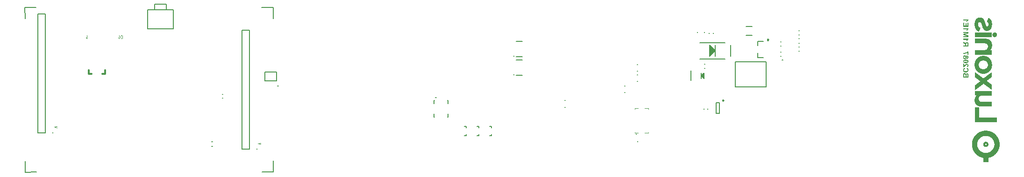
<source format=gbo>
G04*
G04 #@! TF.GenerationSoftware,Altium Limited,Altium Designer,23.1.1 (15)*
G04*
G04 Layer_Color=35253*
%FSLAX44Y44*%
%MOMM*%
G71*
G04*
G04 #@! TF.SameCoordinates,03DFEA06-7725-4F31-8274-88B02C87C088*
G04*
G04*
G04 #@! TF.FilePolarity,Positive*
G04*
G01*
G75*
%ADD10C,0.2000*%
%ADD11C,0.2500*%
%ADD12C,0.2540*%
%ADD14C,0.1000*%
%ADD16C,0.1270*%
%ADD164C,0.1016*%
%ADD181C,0.1500*%
%ADD183C,0.3048*%
G36*
X1635186Y400530D02*
X1635735D01*
Y400420D01*
X1636284D01*
Y400310D01*
X1636614D01*
Y400201D01*
X1636943D01*
Y400091D01*
X1637272D01*
Y399981D01*
X1637382D01*
Y399871D01*
X1637712D01*
Y399761D01*
X1637822D01*
Y399651D01*
X1638041D01*
Y399542D01*
X1638261D01*
Y399432D01*
X1638371D01*
Y399322D01*
X1638590D01*
Y399212D01*
X1638700D01*
Y399102D01*
X1638920D01*
Y398993D01*
X1639029D01*
Y398883D01*
X1639139D01*
Y398773D01*
X1639249D01*
Y398663D01*
X1639359D01*
Y398553D01*
X1639469D01*
Y398444D01*
X1639578D01*
Y398334D01*
X1639688D01*
Y398224D01*
X1639798D01*
Y398114D01*
X1639908D01*
Y398004D01*
X1640018D01*
Y397895D01*
X1640128D01*
Y397785D01*
X1640237D01*
Y397565D01*
X1640347D01*
Y397455D01*
X1640457D01*
Y397236D01*
X1640567D01*
Y397126D01*
X1640677D01*
Y397016D01*
X1640786D01*
Y396796D01*
X1640896D01*
Y396687D01*
X1641006D01*
Y396357D01*
X1641116D01*
Y396247D01*
X1641225D01*
Y396028D01*
X1641335D01*
Y395808D01*
X1641445D01*
Y395588D01*
X1641555D01*
Y395369D01*
X1641665D01*
Y395149D01*
X1641775D01*
Y394820D01*
X1641884D01*
Y394710D01*
X1641994D01*
Y394381D01*
X1642104D01*
Y394051D01*
X1642214D01*
Y393832D01*
X1642324D01*
Y393392D01*
X1642433D01*
Y393173D01*
X1642543D01*
Y392733D01*
X1642653D01*
Y392514D01*
X1642763D01*
Y392184D01*
X1642873D01*
Y391635D01*
X1642982D01*
Y391416D01*
X1643092D01*
Y390867D01*
X1643202D01*
Y390647D01*
X1643312D01*
Y390098D01*
X1643422D01*
Y389769D01*
X1643531D01*
Y389439D01*
X1643641D01*
Y389000D01*
X1643751D01*
Y388671D01*
X1643861D01*
Y388231D01*
X1643971D01*
Y387902D01*
X1644081D01*
Y387573D01*
X1644190D01*
Y387243D01*
X1644300D01*
Y387024D01*
X1644410D01*
Y386694D01*
X1644520D01*
Y386474D01*
X1644630D01*
Y386255D01*
X1644739D01*
Y386035D01*
X1644849D01*
Y385816D01*
X1644959D01*
Y385596D01*
X1645069D01*
Y385486D01*
X1645179D01*
Y385376D01*
X1645289D01*
Y385266D01*
X1645398D01*
Y385157D01*
X1645508D01*
Y385047D01*
X1645618D01*
Y384937D01*
X1645728D01*
Y384827D01*
X1645947D01*
Y384717D01*
X1646057D01*
Y384608D01*
X1646716D01*
Y384498D01*
X1647155D01*
Y384608D01*
X1647704D01*
Y384717D01*
X1647924D01*
Y384827D01*
X1648143D01*
Y384937D01*
X1648253D01*
Y385047D01*
X1648363D01*
Y385157D01*
X1648473D01*
Y385266D01*
X1648583D01*
Y385376D01*
X1648692D01*
Y385596D01*
X1648802D01*
Y385706D01*
X1648912D01*
Y386035D01*
X1649022D01*
Y386255D01*
X1649132D01*
Y386804D01*
X1649242D01*
Y387573D01*
X1649351D01*
Y388671D01*
X1649242D01*
Y389220D01*
X1649132D01*
Y389769D01*
X1649022D01*
Y389988D01*
X1648912D01*
Y390318D01*
X1648802D01*
Y390537D01*
X1648692D01*
Y390757D01*
X1648583D01*
Y390977D01*
X1648473D01*
Y391086D01*
X1648363D01*
Y391196D01*
X1648253D01*
Y391306D01*
X1648143D01*
Y391416D01*
X1648034D01*
Y391526D01*
X1647924D01*
Y391635D01*
X1647814D01*
Y391745D01*
X1647704D01*
Y391855D01*
X1647594D01*
Y391965D01*
X1647375D01*
Y392075D01*
X1647265D01*
Y392184D01*
X1647045D01*
Y392294D01*
X1646826D01*
Y392404D01*
X1646716D01*
Y392514D01*
X1646387D01*
Y392624D01*
X1646277D01*
Y392953D01*
X1646387D01*
Y393173D01*
X1646496D01*
Y393612D01*
X1646606D01*
Y393832D01*
X1646716D01*
Y394051D01*
X1646826D01*
Y394381D01*
X1646936D01*
Y394600D01*
X1647045D01*
Y395039D01*
X1647155D01*
Y395149D01*
X1647265D01*
Y395588D01*
X1647375D01*
Y395808D01*
X1647485D01*
Y396028D01*
X1647594D01*
Y396467D01*
X1647704D01*
Y396577D01*
X1647814D01*
Y397016D01*
X1647924D01*
Y397236D01*
X1648034D01*
Y397455D01*
X1648143D01*
Y397785D01*
X1648253D01*
Y398004D01*
X1648363D01*
Y398444D01*
X1648473D01*
Y398663D01*
X1648583D01*
Y398993D01*
X1648692D01*
Y399212D01*
X1648802D01*
Y399432D01*
X1648912D01*
Y399761D01*
X1649242D01*
Y399651D01*
X1649681D01*
Y399542D01*
X1649900D01*
Y399432D01*
X1650010D01*
Y399322D01*
X1650340D01*
Y399212D01*
X1650450D01*
Y399102D01*
X1650779D01*
Y398993D01*
X1650889D01*
Y398883D01*
X1651108D01*
Y398773D01*
X1651218D01*
Y398663D01*
X1651328D01*
Y398553D01*
X1651548D01*
Y398444D01*
X1651657D01*
Y398334D01*
X1651877D01*
Y398224D01*
X1651987D01*
Y398114D01*
X1652097D01*
Y398004D01*
X1652206D01*
Y397895D01*
X1652316D01*
Y397785D01*
X1652426D01*
Y397675D01*
X1652536D01*
Y397565D01*
X1652646D01*
Y397455D01*
X1652755D01*
Y397346D01*
X1652865D01*
Y397126D01*
X1652975D01*
Y397016D01*
X1653085D01*
Y396906D01*
X1653195D01*
Y396796D01*
X1653304D01*
Y396577D01*
X1653414D01*
Y396467D01*
X1653524D01*
Y396357D01*
X1653634D01*
Y396028D01*
X1653744D01*
Y395918D01*
X1653853D01*
Y395698D01*
X1653963D01*
Y395479D01*
X1654073D01*
Y395369D01*
X1654183D01*
Y395039D01*
X1654293D01*
Y394930D01*
X1654403D01*
Y394600D01*
X1654512D01*
Y394381D01*
X1654622D01*
Y394051D01*
X1654732D01*
Y393722D01*
X1654842D01*
Y393502D01*
X1654952D01*
Y392953D01*
X1655061D01*
Y392733D01*
X1655171D01*
Y392184D01*
X1655281D01*
Y391635D01*
X1655391D01*
Y391086D01*
X1655501D01*
Y389879D01*
X1655611D01*
Y388231D01*
X1655720D01*
Y388012D01*
X1655611D01*
Y386474D01*
X1655501D01*
Y385157D01*
X1655391D01*
Y384608D01*
X1655281D01*
Y384168D01*
X1655171D01*
Y383510D01*
X1655061D01*
Y383290D01*
X1654952D01*
Y382741D01*
X1654842D01*
Y382521D01*
X1654732D01*
Y382192D01*
X1654622D01*
Y381862D01*
X1654512D01*
Y381643D01*
X1654403D01*
Y381313D01*
X1654293D01*
Y381204D01*
X1654183D01*
Y380874D01*
X1654073D01*
Y380655D01*
X1653963D01*
Y380545D01*
X1653853D01*
Y380325D01*
X1653744D01*
Y380215D01*
X1653634D01*
Y379886D01*
X1653524D01*
Y379776D01*
X1653414D01*
Y379666D01*
X1653304D01*
Y379447D01*
X1653195D01*
Y379337D01*
X1653085D01*
Y379227D01*
X1652975D01*
Y379117D01*
X1652865D01*
Y378898D01*
X1652755D01*
Y378788D01*
X1652646D01*
Y378678D01*
X1652536D01*
Y378568D01*
X1652426D01*
Y378458D01*
X1652316D01*
Y378349D01*
X1652206D01*
Y378239D01*
X1652097D01*
Y378129D01*
X1651987D01*
Y378019D01*
X1651767D01*
Y377909D01*
X1651657D01*
Y377799D01*
X1651548D01*
Y377690D01*
X1651328D01*
Y377580D01*
X1651218D01*
Y377470D01*
X1650999D01*
Y377360D01*
X1650889D01*
Y377251D01*
X1650669D01*
Y377141D01*
X1650450D01*
Y377031D01*
X1650340D01*
Y376921D01*
X1650010D01*
Y376811D01*
X1649791D01*
Y376702D01*
X1649461D01*
Y376592D01*
X1649242D01*
Y376482D01*
X1648802D01*
Y376372D01*
X1648253D01*
Y376262D01*
X1647814D01*
Y376152D01*
X1645069D01*
Y376262D01*
X1644630D01*
Y376372D01*
X1644081D01*
Y376482D01*
X1643751D01*
Y376592D01*
X1643531D01*
Y376702D01*
X1643202D01*
Y376811D01*
X1642982D01*
Y376921D01*
X1642763D01*
Y377031D01*
X1642543D01*
Y377141D01*
X1642433D01*
Y377251D01*
X1642214D01*
Y377360D01*
X1642104D01*
Y377470D01*
X1641884D01*
Y377580D01*
X1641775D01*
Y377690D01*
X1641665D01*
Y377799D01*
X1641445D01*
Y377909D01*
X1641335D01*
Y378019D01*
X1641225D01*
Y378129D01*
X1641116D01*
Y378239D01*
X1641006D01*
Y378349D01*
X1640896D01*
Y378458D01*
X1640786D01*
Y378568D01*
X1640677D01*
Y378788D01*
X1640567D01*
Y378898D01*
X1640457D01*
Y379007D01*
X1640347D01*
Y379117D01*
X1640237D01*
Y379337D01*
X1640128D01*
Y379447D01*
X1640018D01*
Y379666D01*
X1639908D01*
Y379776D01*
X1639798D01*
Y379886D01*
X1639688D01*
Y380215D01*
X1639578D01*
Y380325D01*
X1639469D01*
Y380545D01*
X1639359D01*
Y380764D01*
X1639249D01*
Y380874D01*
X1639139D01*
Y381204D01*
X1639029D01*
Y381423D01*
X1638920D01*
Y381643D01*
X1638810D01*
Y381862D01*
X1638700D01*
Y382082D01*
X1638590D01*
Y382521D01*
X1638480D01*
Y382631D01*
X1638371D01*
Y383070D01*
X1638261D01*
Y383290D01*
X1638151D01*
Y383619D01*
X1638041D01*
Y383949D01*
X1637931D01*
Y384168D01*
X1637822D01*
Y384717D01*
X1637712D01*
Y384937D01*
X1637602D01*
Y385376D01*
X1637492D01*
Y385706D01*
X1637382D01*
Y385925D01*
X1637272D01*
Y386474D01*
X1637163D01*
Y386694D01*
X1637053D01*
Y387133D01*
X1636943D01*
Y387463D01*
X1636833D01*
Y387792D01*
X1636723D01*
Y388122D01*
X1636614D01*
Y388451D01*
X1636504D01*
Y388780D01*
X1636394D01*
Y389000D01*
X1636284D01*
Y389329D01*
X1636174D01*
Y389549D01*
X1636064D01*
Y389769D01*
X1635955D01*
Y390098D01*
X1635845D01*
Y390208D01*
X1635735D01*
Y390537D01*
X1635625D01*
Y390647D01*
X1635515D01*
Y390867D01*
X1635406D01*
Y390977D01*
X1635296D01*
Y391086D01*
X1635186D01*
Y391306D01*
X1635076D01*
Y391416D01*
X1634966D01*
Y391526D01*
X1634857D01*
Y391635D01*
X1634747D01*
Y391745D01*
X1634527D01*
Y391855D01*
X1634417D01*
Y391965D01*
X1634198D01*
Y392075D01*
X1633978D01*
Y392184D01*
X1632551D01*
Y392075D01*
X1632331D01*
Y391965D01*
X1632002D01*
Y391855D01*
X1631892D01*
Y391745D01*
X1631782D01*
Y391635D01*
X1631562D01*
Y391526D01*
X1631453D01*
Y391306D01*
X1631343D01*
Y391196D01*
X1631233D01*
Y390977D01*
X1631123D01*
Y390867D01*
X1631013D01*
Y390647D01*
X1630903D01*
Y390318D01*
X1630794D01*
Y390098D01*
X1630684D01*
Y389439D01*
X1630574D01*
Y388780D01*
X1630464D01*
Y387573D01*
X1630574D01*
Y386914D01*
X1630684D01*
Y386145D01*
X1630794D01*
Y385816D01*
X1630903D01*
Y385486D01*
X1631013D01*
Y385047D01*
X1631123D01*
Y384937D01*
X1631233D01*
Y384608D01*
X1631343D01*
Y384498D01*
X1631453D01*
Y384278D01*
X1631562D01*
Y384059D01*
X1631672D01*
Y383949D01*
X1631782D01*
Y383839D01*
X1631892D01*
Y383729D01*
X1632002D01*
Y383510D01*
X1632111D01*
Y383400D01*
X1632221D01*
Y383290D01*
X1632331D01*
Y383180D01*
X1632441D01*
Y383070D01*
X1632551D01*
Y382961D01*
X1632770D01*
Y382851D01*
X1632880D01*
Y382741D01*
X1632990D01*
Y382631D01*
X1633100D01*
Y382521D01*
X1633319D01*
Y382411D01*
X1633539D01*
Y382302D01*
X1633759D01*
Y382192D01*
X1634088D01*
Y382082D01*
X1634198D01*
Y381972D01*
X1634637D01*
Y381533D01*
X1634527D01*
Y381313D01*
X1634417D01*
Y380874D01*
X1634308D01*
Y380655D01*
X1634198D01*
Y380435D01*
X1634088D01*
Y380106D01*
X1633978D01*
Y379886D01*
X1633868D01*
Y379447D01*
X1633759D01*
Y379337D01*
X1633649D01*
Y378898D01*
X1633539D01*
Y378678D01*
X1633429D01*
Y378458D01*
X1633319D01*
Y378019D01*
X1633210D01*
Y377909D01*
X1633100D01*
Y377470D01*
X1632990D01*
Y377251D01*
X1632880D01*
Y376921D01*
X1632770D01*
Y376592D01*
X1632661D01*
Y376482D01*
X1632551D01*
Y376043D01*
X1632441D01*
Y375823D01*
X1632331D01*
Y375494D01*
X1632221D01*
Y375274D01*
X1632111D01*
Y375054D01*
X1632002D01*
Y374835D01*
X1631892D01*
Y374725D01*
X1631782D01*
Y374835D01*
X1631343D01*
Y374944D01*
X1631123D01*
Y375054D01*
X1630903D01*
Y375164D01*
X1630574D01*
Y375274D01*
X1630464D01*
Y375384D01*
X1630135D01*
Y375494D01*
X1630025D01*
Y375603D01*
X1629805D01*
Y375713D01*
X1629586D01*
Y375823D01*
X1629476D01*
Y375933D01*
X1629256D01*
Y376043D01*
X1629147D01*
Y376152D01*
X1628927D01*
Y376262D01*
X1628817D01*
Y376372D01*
X1628598D01*
Y376482D01*
X1628488D01*
Y376592D01*
X1628378D01*
Y376702D01*
X1628158D01*
Y376921D01*
X1627939D01*
Y377031D01*
X1627829D01*
Y377141D01*
X1627719D01*
Y377251D01*
X1627609D01*
Y377360D01*
X1627500D01*
Y377470D01*
X1627390D01*
Y377580D01*
X1627280D01*
Y377799D01*
X1627060D01*
Y378019D01*
X1626950D01*
Y378129D01*
X1626841D01*
Y378239D01*
X1626731D01*
Y378458D01*
X1626621D01*
Y378568D01*
X1626511D01*
Y378788D01*
X1626401D01*
Y378898D01*
X1626292D01*
Y379007D01*
X1626182D01*
Y379227D01*
X1626072D01*
Y379337D01*
X1625962D01*
Y379666D01*
X1625852D01*
Y379776D01*
X1625742D01*
Y379996D01*
X1625633D01*
Y380215D01*
X1625523D01*
Y380435D01*
X1625413D01*
Y380764D01*
X1625303D01*
Y380874D01*
X1625193D01*
Y381204D01*
X1625084D01*
Y381423D01*
X1624974D01*
Y381753D01*
X1624864D01*
Y382082D01*
X1624754D01*
Y382411D01*
X1624644D01*
Y382961D01*
X1624535D01*
Y383180D01*
X1624425D01*
Y383839D01*
X1624315D01*
Y384278D01*
X1624205D01*
Y384937D01*
X1624095D01*
Y386255D01*
X1623986D01*
Y389659D01*
X1624095D01*
Y390977D01*
X1624205D01*
Y391526D01*
X1624315D01*
Y392075D01*
X1624425D01*
Y392624D01*
X1624535D01*
Y392953D01*
X1624644D01*
Y393502D01*
X1624754D01*
Y393722D01*
X1624864D01*
Y394051D01*
X1624974D01*
Y394381D01*
X1625084D01*
Y394600D01*
X1625193D01*
Y394930D01*
X1625303D01*
Y395149D01*
X1625413D01*
Y395369D01*
X1625523D01*
Y395588D01*
X1625633D01*
Y395808D01*
X1625742D01*
Y396028D01*
X1625852D01*
Y396138D01*
X1625962D01*
Y396357D01*
X1626072D01*
Y396577D01*
X1626182D01*
Y396687D01*
X1626292D01*
Y396906D01*
X1626401D01*
Y397016D01*
X1626511D01*
Y397236D01*
X1626621D01*
Y397346D01*
X1626731D01*
Y397455D01*
X1626841D01*
Y397565D01*
X1626950D01*
Y397675D01*
X1627060D01*
Y397895D01*
X1627170D01*
Y398004D01*
X1627280D01*
Y398114D01*
X1627390D01*
Y398224D01*
X1627500D01*
Y398334D01*
X1627719D01*
Y398444D01*
X1627829D01*
Y398553D01*
X1627939D01*
Y398663D01*
X1628049D01*
Y398773D01*
X1628158D01*
Y398883D01*
X1628378D01*
Y398993D01*
X1628488D01*
Y399102D01*
X1628598D01*
Y399212D01*
X1628707D01*
Y399322D01*
X1629037D01*
Y399432D01*
X1629147D01*
Y399542D01*
X1629366D01*
Y399651D01*
X1629586D01*
Y399761D01*
X1629696D01*
Y399871D01*
X1630025D01*
Y399981D01*
X1630245D01*
Y400091D01*
X1630574D01*
Y400201D01*
X1630903D01*
Y400310D01*
X1631233D01*
Y400420D01*
X1631892D01*
Y400530D01*
X1632331D01*
Y400640D01*
X1635186D01*
Y400530D01*
D02*
G37*
G36*
X1661540Y373187D02*
X1661760D01*
Y373078D01*
X1662089D01*
Y372968D01*
X1662419D01*
Y372858D01*
X1662528D01*
Y372748D01*
X1662748D01*
Y372639D01*
X1662858D01*
Y372529D01*
X1663078D01*
Y372419D01*
X1663187D01*
Y372309D01*
X1663297D01*
Y372199D01*
X1663407D01*
Y372090D01*
X1663517D01*
Y371980D01*
X1663627D01*
Y371760D01*
X1663736D01*
Y371650D01*
X1663846D01*
Y371540D01*
X1663956D01*
Y371321D01*
X1664066D01*
Y371211D01*
X1664176D01*
Y370882D01*
X1664285D01*
Y370662D01*
X1664395D01*
Y370223D01*
X1664505D01*
Y369674D01*
X1664615D01*
Y368576D01*
X1664505D01*
Y368027D01*
X1664395D01*
Y367587D01*
X1664285D01*
Y367368D01*
X1664176D01*
Y367038D01*
X1664066D01*
Y366928D01*
X1663956D01*
Y366709D01*
X1663846D01*
Y366489D01*
X1663736D01*
Y366379D01*
X1663627D01*
Y366270D01*
X1663517D01*
Y366160D01*
X1663407D01*
Y366050D01*
X1663297D01*
Y365940D01*
X1663187D01*
Y365830D01*
X1663078D01*
Y365721D01*
X1662968D01*
Y365611D01*
X1662748D01*
Y365501D01*
X1662638D01*
Y365391D01*
X1662419D01*
Y365281D01*
X1662199D01*
Y365172D01*
X1661979D01*
Y365062D01*
X1661540D01*
Y364952D01*
X1661211D01*
Y364842D01*
X1659673D01*
Y364952D01*
X1659344D01*
Y365062D01*
X1658905D01*
Y365172D01*
X1658685D01*
Y365281D01*
X1658466D01*
Y365391D01*
X1658246D01*
Y365501D01*
X1658136D01*
Y365611D01*
X1657916D01*
Y365721D01*
X1657807D01*
Y365830D01*
X1657697D01*
Y365940D01*
X1657587D01*
Y366050D01*
X1657477D01*
Y366160D01*
X1657367D01*
Y366270D01*
X1657258D01*
Y366379D01*
X1657148D01*
Y366489D01*
X1657038D01*
Y366709D01*
X1656928D01*
Y366928D01*
X1656818D01*
Y367148D01*
X1656709D01*
Y367368D01*
X1656599D01*
Y367587D01*
X1656489D01*
Y368136D01*
X1656379D01*
Y368576D01*
X1656269D01*
Y369674D01*
X1656379D01*
Y370113D01*
X1656489D01*
Y370662D01*
X1656599D01*
Y370882D01*
X1656709D01*
Y371101D01*
X1656818D01*
Y371321D01*
X1656928D01*
Y371431D01*
X1657038D01*
Y371650D01*
X1657148D01*
Y371760D01*
X1657258D01*
Y371980D01*
X1657367D01*
Y372090D01*
X1657477D01*
Y372199D01*
X1657587D01*
Y372309D01*
X1657697D01*
Y372419D01*
X1657807D01*
Y372529D01*
X1658026D01*
Y372639D01*
X1658136D01*
Y372748D01*
X1658356D01*
Y372858D01*
X1658466D01*
Y372968D01*
X1658795D01*
Y373078D01*
X1659124D01*
Y373187D01*
X1659454D01*
Y373297D01*
X1661540D01*
Y373187D01*
D02*
G37*
G36*
X1654952Y364842D02*
X1624754D01*
Y364952D01*
X1624644D01*
Y373187D01*
X1624754D01*
Y373297D01*
X1654952D01*
Y364842D01*
D02*
G37*
G36*
X1644520Y361877D02*
X1645728D01*
Y361768D01*
X1646277D01*
Y361658D01*
X1647045D01*
Y361548D01*
X1647375D01*
Y361438D01*
X1647814D01*
Y361328D01*
X1648143D01*
Y361218D01*
X1648473D01*
Y361109D01*
X1648802D01*
Y360999D01*
X1649022D01*
Y360889D01*
X1649351D01*
Y360779D01*
X1649461D01*
Y360669D01*
X1649791D01*
Y360560D01*
X1650010D01*
Y360450D01*
X1650120D01*
Y360340D01*
X1650340D01*
Y360230D01*
X1650559D01*
Y360120D01*
X1650779D01*
Y360010D01*
X1650889D01*
Y359901D01*
X1650999D01*
Y359791D01*
X1651218D01*
Y359681D01*
X1651328D01*
Y359571D01*
X1651548D01*
Y359462D01*
X1651657D01*
Y359352D01*
X1651767D01*
Y359242D01*
X1651877D01*
Y359132D01*
X1651987D01*
Y359022D01*
X1652206D01*
Y358912D01*
X1652316D01*
Y358803D01*
X1652426D01*
Y358693D01*
X1652536D01*
Y358583D01*
X1652646D01*
Y358473D01*
X1652755D01*
Y358363D01*
X1652865D01*
Y358144D01*
X1652975D01*
Y358034D01*
X1653085D01*
Y357924D01*
X1653195D01*
Y357814D01*
X1653304D01*
Y357595D01*
X1653414D01*
Y357485D01*
X1653524D01*
Y357375D01*
X1653634D01*
Y357155D01*
X1653744D01*
Y357046D01*
X1653853D01*
Y356826D01*
X1653963D01*
Y356716D01*
X1654073D01*
Y356497D01*
X1654183D01*
Y356277D01*
X1654293D01*
Y356167D01*
X1654403D01*
Y355838D01*
X1654512D01*
Y355618D01*
X1654622D01*
Y355399D01*
X1654732D01*
Y355069D01*
X1654842D01*
Y354959D01*
X1654952D01*
Y354520D01*
X1655061D01*
Y354300D01*
X1655171D01*
Y353751D01*
X1655281D01*
Y353422D01*
X1655391D01*
Y352983D01*
X1655501D01*
Y352104D01*
X1655611D01*
Y351445D01*
X1655720D01*
Y348810D01*
X1655611D01*
Y348151D01*
X1655501D01*
Y347273D01*
X1655391D01*
Y346833D01*
X1655281D01*
Y346394D01*
X1655171D01*
Y345955D01*
X1655061D01*
Y345735D01*
X1654952D01*
Y345296D01*
X1654842D01*
Y345077D01*
X1654732D01*
Y344747D01*
X1654622D01*
Y344528D01*
X1654512D01*
Y344308D01*
X1654403D01*
Y343979D01*
X1654293D01*
Y343869D01*
X1654183D01*
Y343649D01*
X1654073D01*
Y343429D01*
X1653963D01*
Y343320D01*
X1653853D01*
Y342990D01*
X1653744D01*
Y342880D01*
X1653634D01*
Y342661D01*
X1653524D01*
Y342551D01*
X1653414D01*
Y342441D01*
X1653304D01*
Y342221D01*
X1653195D01*
Y342112D01*
X1653085D01*
Y342002D01*
X1652975D01*
Y341892D01*
X1652865D01*
Y341673D01*
X1652755D01*
Y341563D01*
X1652646D01*
Y341453D01*
X1652536D01*
Y341343D01*
X1652426D01*
Y341233D01*
X1652316D01*
Y341123D01*
X1652426D01*
Y341014D01*
X1654952D01*
Y332998D01*
X1624754D01*
Y333107D01*
X1624644D01*
Y341343D01*
X1624754D01*
Y341453D01*
X1642982D01*
Y341563D01*
X1643531D01*
Y341673D01*
X1644190D01*
Y341782D01*
X1644410D01*
Y341892D01*
X1644739D01*
Y342002D01*
X1644849D01*
Y342112D01*
X1645069D01*
Y342221D01*
X1645289D01*
Y342331D01*
X1645508D01*
Y342441D01*
X1645618D01*
Y342551D01*
X1645728D01*
Y342661D01*
X1645947D01*
Y342771D01*
X1646057D01*
Y342880D01*
X1646167D01*
Y342990D01*
X1646277D01*
Y343100D01*
X1646387D01*
Y343210D01*
X1646496D01*
Y343320D01*
X1646606D01*
Y343429D01*
X1646716D01*
Y343539D01*
X1646826D01*
Y343759D01*
X1646936D01*
Y343869D01*
X1647045D01*
Y344088D01*
X1647155D01*
Y344198D01*
X1647265D01*
Y344418D01*
X1647375D01*
Y344637D01*
X1647485D01*
Y344857D01*
X1647594D01*
Y345186D01*
X1647704D01*
Y345296D01*
X1647814D01*
Y345845D01*
X1647924D01*
Y346175D01*
X1648034D01*
Y346943D01*
X1648143D01*
Y348261D01*
X1648034D01*
Y348920D01*
X1647924D01*
Y349359D01*
X1647814D01*
Y349798D01*
X1647704D01*
Y350018D01*
X1647594D01*
Y350347D01*
X1647485D01*
Y350567D01*
X1647375D01*
Y350787D01*
X1647265D01*
Y351006D01*
X1647155D01*
Y351116D01*
X1647045D01*
Y351336D01*
X1646936D01*
Y351445D01*
X1646826D01*
Y351555D01*
X1646716D01*
Y351665D01*
X1646606D01*
Y351775D01*
X1646496D01*
Y351885D01*
X1646387D01*
Y351995D01*
X1646277D01*
Y352104D01*
X1646167D01*
Y352214D01*
X1646057D01*
Y352324D01*
X1645947D01*
Y352434D01*
X1645728D01*
Y352543D01*
X1645508D01*
Y352653D01*
X1645398D01*
Y352763D01*
X1645179D01*
Y352873D01*
X1644959D01*
Y352983D01*
X1644630D01*
Y353093D01*
X1644410D01*
Y353202D01*
X1643971D01*
Y353312D01*
X1643531D01*
Y353422D01*
X1642873D01*
Y353532D01*
X1624754D01*
Y353642D01*
X1624644D01*
Y361877D01*
X1624864D01*
Y361987D01*
X1644520D01*
Y361877D01*
D02*
G37*
G36*
X1153891Y340000D02*
X1143891Y330000D01*
Y350000D01*
X1153891Y340000D01*
D02*
G37*
G36*
X1641994Y330472D02*
X1642543D01*
Y330362D01*
X1643312D01*
Y330252D01*
X1643751D01*
Y330143D01*
X1644081D01*
Y330033D01*
X1644630D01*
Y329923D01*
X1644849D01*
Y329813D01*
X1645289D01*
Y329703D01*
X1645508D01*
Y329594D01*
X1645838D01*
Y329484D01*
X1646167D01*
Y329374D01*
X1646277D01*
Y329264D01*
X1646716D01*
Y329154D01*
X1646826D01*
Y329044D01*
X1647155D01*
Y328935D01*
X1647265D01*
Y328825D01*
X1647485D01*
Y328715D01*
X1647704D01*
Y328605D01*
X1647924D01*
Y328495D01*
X1648143D01*
Y328386D01*
X1648253D01*
Y328276D01*
X1648473D01*
Y328166D01*
X1648583D01*
Y328056D01*
X1648802D01*
Y327946D01*
X1649022D01*
Y327837D01*
X1649132D01*
Y327727D01*
X1649242D01*
Y327617D01*
X1649351D01*
Y327507D01*
X1649571D01*
Y327397D01*
X1649681D01*
Y327287D01*
X1649791D01*
Y327178D01*
X1650010D01*
Y327068D01*
X1650120D01*
Y326958D01*
X1650230D01*
Y326848D01*
X1650340D01*
Y326739D01*
X1650450D01*
Y326629D01*
X1650559D01*
Y326519D01*
X1650669D01*
Y326409D01*
X1650779D01*
Y326299D01*
X1650999D01*
Y326080D01*
X1651218D01*
Y325860D01*
X1651328D01*
Y325750D01*
X1651438D01*
Y325640D01*
X1651548D01*
Y325531D01*
X1651657D01*
Y325421D01*
X1651767D01*
Y325311D01*
X1651877D01*
Y325201D01*
X1651987D01*
Y324982D01*
X1652097D01*
Y324872D01*
X1652206D01*
Y324762D01*
X1652316D01*
Y324542D01*
X1652426D01*
Y324432D01*
X1652536D01*
Y324323D01*
X1652646D01*
Y324103D01*
X1652755D01*
Y323993D01*
X1652865D01*
Y323774D01*
X1652975D01*
Y323664D01*
X1653085D01*
Y323444D01*
X1653195D01*
Y323334D01*
X1653304D01*
Y323115D01*
X1653414D01*
Y322895D01*
X1653524D01*
Y322785D01*
X1653634D01*
Y322456D01*
X1653744D01*
Y322346D01*
X1653853D01*
Y322017D01*
X1653963D01*
Y321907D01*
X1654073D01*
Y321687D01*
X1654183D01*
Y321358D01*
X1654293D01*
Y321138D01*
X1654403D01*
Y320809D01*
X1654512D01*
Y320589D01*
X1654622D01*
Y320260D01*
X1654732D01*
Y319930D01*
X1654842D01*
Y319601D01*
X1654952D01*
Y319162D01*
X1655061D01*
Y318832D01*
X1655171D01*
Y318173D01*
X1655281D01*
Y317734D01*
X1655391D01*
Y317185D01*
X1655501D01*
Y315977D01*
X1655611D01*
Y314440D01*
X1655720D01*
Y314220D01*
X1655611D01*
Y312573D01*
X1655501D01*
Y311365D01*
X1655391D01*
Y310816D01*
X1655281D01*
Y310377D01*
X1655171D01*
Y309828D01*
X1655061D01*
Y309499D01*
X1654952D01*
Y308950D01*
X1654842D01*
Y308730D01*
X1654732D01*
Y308291D01*
X1654622D01*
Y308071D01*
X1654512D01*
Y307742D01*
X1654403D01*
Y307412D01*
X1654293D01*
Y307302D01*
X1654183D01*
Y306863D01*
X1654073D01*
Y306753D01*
X1653963D01*
Y306534D01*
X1653853D01*
Y306204D01*
X1653744D01*
Y306094D01*
X1653634D01*
Y305875D01*
X1653524D01*
Y305655D01*
X1653414D01*
Y305436D01*
X1653304D01*
Y305326D01*
X1653195D01*
Y305106D01*
X1653085D01*
Y304887D01*
X1652975D01*
Y304777D01*
X1652865D01*
Y304557D01*
X1652755D01*
Y304447D01*
X1652646D01*
Y304338D01*
X1652536D01*
Y304118D01*
X1652426D01*
Y304008D01*
X1652316D01*
Y303789D01*
X1652206D01*
Y303679D01*
X1652097D01*
Y303569D01*
X1651987D01*
Y303459D01*
X1651877D01*
Y303349D01*
X1651767D01*
Y303130D01*
X1651657D01*
Y303020D01*
X1651548D01*
Y302910D01*
X1651438D01*
Y302800D01*
X1651328D01*
Y302690D01*
X1651218D01*
Y302581D01*
X1651108D01*
Y302471D01*
X1650999D01*
Y302361D01*
X1650889D01*
Y302251D01*
X1650779D01*
Y302141D01*
X1650669D01*
Y302032D01*
X1650559D01*
Y301922D01*
X1650450D01*
Y301812D01*
X1650230D01*
Y301702D01*
X1650120D01*
Y301592D01*
X1650010D01*
Y301483D01*
X1649900D01*
Y301373D01*
X1649791D01*
Y301263D01*
X1649681D01*
Y301153D01*
X1649461D01*
Y301043D01*
X1649351D01*
Y300933D01*
X1649242D01*
Y300824D01*
X1649022D01*
Y300714D01*
X1648912D01*
Y300604D01*
X1648692D01*
Y300494D01*
X1648583D01*
Y300384D01*
X1648363D01*
Y300275D01*
X1648143D01*
Y300165D01*
X1648034D01*
Y300055D01*
X1647814D01*
Y299945D01*
X1647594D01*
Y299835D01*
X1647485D01*
Y299726D01*
X1647155D01*
Y299616D01*
X1647045D01*
Y299506D01*
X1646716D01*
Y299396D01*
X1646496D01*
Y299286D01*
X1646277D01*
Y299177D01*
X1645947D01*
Y299067D01*
X1645728D01*
Y298957D01*
X1645398D01*
Y298847D01*
X1645069D01*
Y298737D01*
X1644739D01*
Y298627D01*
X1644300D01*
Y298518D01*
X1643971D01*
Y298408D01*
X1643422D01*
Y298298D01*
X1643092D01*
Y298188D01*
X1642104D01*
Y298078D01*
X1641335D01*
Y297969D01*
X1638261D01*
Y298078D01*
X1637492D01*
Y298188D01*
X1636614D01*
Y298298D01*
X1636174D01*
Y298408D01*
X1635625D01*
Y298518D01*
X1635296D01*
Y298627D01*
X1634966D01*
Y298737D01*
X1634527D01*
Y298847D01*
X1634308D01*
Y298957D01*
X1633868D01*
Y299067D01*
X1633649D01*
Y299177D01*
X1633429D01*
Y299286D01*
X1633100D01*
Y299396D01*
X1632880D01*
Y299506D01*
X1632661D01*
Y299616D01*
X1632441D01*
Y299726D01*
X1632221D01*
Y299835D01*
X1632002D01*
Y299945D01*
X1631892D01*
Y300055D01*
X1631562D01*
Y300165D01*
X1631453D01*
Y300275D01*
X1631233D01*
Y300384D01*
X1631123D01*
Y300494D01*
X1630903D01*
Y300604D01*
X1630794D01*
Y300714D01*
X1630574D01*
Y300824D01*
X1630464D01*
Y300933D01*
X1630354D01*
Y301043D01*
X1630135D01*
Y301153D01*
X1630025D01*
Y301263D01*
X1629915D01*
Y301373D01*
X1629696D01*
Y301483D01*
X1629586D01*
Y301592D01*
X1629476D01*
Y301702D01*
X1629366D01*
Y301812D01*
X1629256D01*
Y301922D01*
X1629147D01*
Y302032D01*
X1629037D01*
Y302141D01*
X1628817D01*
Y302251D01*
X1628707D01*
Y302361D01*
X1628598D01*
Y302471D01*
X1628488D01*
Y302581D01*
X1628378D01*
Y302690D01*
X1628268D01*
Y302910D01*
X1628158D01*
Y303020D01*
X1628049D01*
Y303130D01*
X1627939D01*
Y303239D01*
X1627829D01*
Y303349D01*
X1627719D01*
Y303459D01*
X1627609D01*
Y303569D01*
X1627500D01*
Y303789D01*
X1627390D01*
Y303898D01*
X1627280D01*
Y304008D01*
X1627170D01*
Y304118D01*
X1627060D01*
Y304338D01*
X1626950D01*
Y304447D01*
X1626841D01*
Y304667D01*
X1626731D01*
Y304777D01*
X1626621D01*
Y304996D01*
X1626511D01*
Y305216D01*
X1626401D01*
Y305326D01*
X1626292D01*
Y305545D01*
X1626182D01*
Y305765D01*
X1626072D01*
Y305875D01*
X1625962D01*
Y306094D01*
X1625852D01*
Y306314D01*
X1625742D01*
Y306534D01*
X1625633D01*
Y306753D01*
X1625523D01*
Y306973D01*
X1625413D01*
Y307302D01*
X1625303D01*
Y307412D01*
X1625193D01*
Y307851D01*
X1625084D01*
Y308071D01*
X1624974D01*
Y308400D01*
X1624864D01*
Y308730D01*
X1624754D01*
Y308950D01*
X1624644D01*
Y309499D01*
X1624535D01*
Y309828D01*
X1624425D01*
Y310487D01*
X1624315D01*
Y310926D01*
X1624205D01*
Y311475D01*
X1624095D01*
Y312683D01*
X1623986D01*
Y315867D01*
X1624095D01*
Y317075D01*
X1624205D01*
Y317734D01*
X1624315D01*
Y318173D01*
X1624425D01*
Y318722D01*
X1624535D01*
Y319052D01*
X1624644D01*
Y319601D01*
X1624754D01*
Y319821D01*
X1624864D01*
Y320260D01*
X1624974D01*
Y320479D01*
X1625084D01*
Y320699D01*
X1625193D01*
Y321138D01*
X1625303D01*
Y321248D01*
X1625413D01*
Y321577D01*
X1625523D01*
Y321797D01*
X1625633D01*
Y322017D01*
X1625742D01*
Y322346D01*
X1625852D01*
Y322456D01*
X1625962D01*
Y322676D01*
X1626072D01*
Y322895D01*
X1626182D01*
Y323115D01*
X1626292D01*
Y323225D01*
X1626401D01*
Y323444D01*
X1626511D01*
Y323664D01*
X1626621D01*
Y323774D01*
X1626731D01*
Y323993D01*
X1626841D01*
Y324103D01*
X1626950D01*
Y324213D01*
X1627060D01*
Y324432D01*
X1627170D01*
Y324542D01*
X1627280D01*
Y324762D01*
X1627390D01*
Y324872D01*
X1627500D01*
Y324982D01*
X1627609D01*
Y325091D01*
X1627719D01*
Y325201D01*
X1627829D01*
Y325421D01*
X1627939D01*
Y325531D01*
X1628049D01*
Y325640D01*
X1628158D01*
Y325750D01*
X1628268D01*
Y325860D01*
X1628378D01*
Y325970D01*
X1628488D01*
Y326080D01*
X1628598D01*
Y326189D01*
X1628707D01*
Y326299D01*
X1628817D01*
Y326409D01*
X1628927D01*
Y326519D01*
X1629037D01*
Y326629D01*
X1629147D01*
Y326739D01*
X1629256D01*
Y326848D01*
X1629366D01*
Y326958D01*
X1629586D01*
Y327068D01*
X1629696D01*
Y327178D01*
X1629805D01*
Y327287D01*
X1629915D01*
Y327397D01*
X1630135D01*
Y327507D01*
X1630245D01*
Y327617D01*
X1630354D01*
Y327727D01*
X1630574D01*
Y327837D01*
X1630684D01*
Y327946D01*
X1630903D01*
Y328056D01*
X1631013D01*
Y328166D01*
X1631233D01*
Y328276D01*
X1631343D01*
Y328386D01*
X1631562D01*
Y328495D01*
X1631782D01*
Y328605D01*
X1631892D01*
Y328715D01*
X1632111D01*
Y328825D01*
X1632331D01*
Y328935D01*
X1632551D01*
Y329044D01*
X1632770D01*
Y329154D01*
X1632990D01*
Y329264D01*
X1633319D01*
Y329374D01*
X1633429D01*
Y329484D01*
X1633759D01*
Y329594D01*
X1634088D01*
Y329703D01*
X1634308D01*
Y329813D01*
X1634747D01*
Y329923D01*
X1634966D01*
Y330033D01*
X1635515D01*
Y330143D01*
X1635845D01*
Y330252D01*
X1636284D01*
Y330362D01*
X1637053D01*
Y330472D01*
X1637602D01*
Y330582D01*
X1641994D01*
Y330472D01*
D02*
G37*
G36*
X1133891Y289750D02*
X1128891Y294750D01*
X1133891Y299750D01*
Y289750D01*
D02*
G37*
G36*
X1624864Y300824D02*
X1625084D01*
Y300714D01*
X1625193D01*
Y300604D01*
X1625303D01*
Y300494D01*
X1625523D01*
Y300384D01*
X1625633D01*
Y300275D01*
X1625852D01*
Y300165D01*
X1625962D01*
Y300055D01*
X1626072D01*
Y299945D01*
X1626182D01*
Y299835D01*
X1626401D01*
Y299726D01*
X1626511D01*
Y299616D01*
X1626621D01*
Y299506D01*
X1626841D01*
Y299396D01*
X1626950D01*
Y299286D01*
X1627060D01*
Y299177D01*
X1627280D01*
Y299067D01*
X1627390D01*
Y298957D01*
X1627500D01*
Y298847D01*
X1627719D01*
Y298737D01*
X1627829D01*
Y298627D01*
X1627939D01*
Y298518D01*
X1628158D01*
Y298408D01*
X1628268D01*
Y298298D01*
X1628378D01*
Y298188D01*
X1628598D01*
Y298078D01*
X1628707D01*
Y297969D01*
X1628817D01*
Y297859D01*
X1629037D01*
Y297749D01*
X1629147D01*
Y297639D01*
X1629366D01*
Y297529D01*
X1629476D01*
Y297420D01*
X1629586D01*
Y297310D01*
X1629696D01*
Y297200D01*
X1629915D01*
Y297090D01*
X1630025D01*
Y296980D01*
X1630135D01*
Y296871D01*
X1630354D01*
Y296761D01*
X1630464D01*
Y296651D01*
X1630574D01*
Y296541D01*
X1630794D01*
Y296431D01*
X1630903D01*
Y296322D01*
X1631123D01*
Y296212D01*
X1631233D01*
Y296102D01*
X1631343D01*
Y295992D01*
X1631453D01*
Y295882D01*
X1631672D01*
Y295772D01*
X1631782D01*
Y295663D01*
X1631892D01*
Y295553D01*
X1632111D01*
Y295443D01*
X1632221D01*
Y295333D01*
X1632331D01*
Y295223D01*
X1632551D01*
Y295114D01*
X1632661D01*
Y295004D01*
X1632770D01*
Y294894D01*
X1632880D01*
Y294784D01*
X1633100D01*
Y294674D01*
X1633210D01*
Y294565D01*
X1633429D01*
Y294455D01*
X1633539D01*
Y294345D01*
X1633649D01*
Y294235D01*
X1633868D01*
Y294125D01*
X1633978D01*
Y294016D01*
X1634088D01*
Y293906D01*
X1634308D01*
Y293796D01*
X1634417D01*
Y293686D01*
X1634637D01*
Y293576D01*
X1634747D01*
Y293466D01*
X1634857D01*
Y293357D01*
X1634966D01*
Y293247D01*
X1635186D01*
Y293137D01*
X1635296D01*
Y293027D01*
X1635406D01*
Y292917D01*
X1635625D01*
Y292808D01*
X1635735D01*
Y292698D01*
X1635845D01*
Y292588D01*
X1636064D01*
Y292478D01*
X1636174D01*
Y292368D01*
X1636394D01*
Y292259D01*
X1636504D01*
Y292149D01*
X1636614D01*
Y292039D01*
X1636723D01*
Y291929D01*
X1636943D01*
Y291819D01*
X1637053D01*
Y291710D01*
X1637163D01*
Y291600D01*
X1637382D01*
Y291490D01*
X1637492D01*
Y291380D01*
X1637602D01*
Y291270D01*
X1637822D01*
Y291161D01*
X1637931D01*
Y291051D01*
X1638041D01*
Y290941D01*
X1638151D01*
Y290831D01*
X1638371D01*
Y290721D01*
X1638480D01*
Y290611D01*
X1638700D01*
Y290502D01*
X1638810D01*
Y290392D01*
X1638920D01*
Y290282D01*
X1639139D01*
Y290172D01*
X1639249D01*
Y290062D01*
X1639359D01*
Y289953D01*
X1639578D01*
Y289843D01*
X1639688D01*
Y289733D01*
X1640128D01*
Y289843D01*
X1640237D01*
Y289953D01*
X1640457D01*
Y290062D01*
X1640567D01*
Y290172D01*
X1640677D01*
Y290282D01*
X1640896D01*
Y290392D01*
X1641006D01*
Y290502D01*
X1641225D01*
Y290611D01*
X1641335D01*
Y290721D01*
X1641445D01*
Y290831D01*
X1641665D01*
Y290941D01*
X1641775D01*
Y291051D01*
X1641884D01*
Y291161D01*
X1642104D01*
Y291270D01*
X1642214D01*
Y291380D01*
X1642324D01*
Y291490D01*
X1642433D01*
Y291600D01*
X1642653D01*
Y291710D01*
X1642763D01*
Y291819D01*
X1642982D01*
Y291929D01*
X1643092D01*
Y292039D01*
X1643202D01*
Y292149D01*
X1643422D01*
Y292259D01*
X1643531D01*
Y292368D01*
X1643751D01*
Y292478D01*
X1643861D01*
Y292588D01*
X1643971D01*
Y292698D01*
X1644190D01*
Y292808D01*
X1644300D01*
Y292917D01*
X1644410D01*
Y293027D01*
X1644520D01*
Y293137D01*
X1644739D01*
Y293247D01*
X1644849D01*
Y293357D01*
X1644959D01*
Y293466D01*
X1645179D01*
Y293576D01*
X1645289D01*
Y293686D01*
X1645508D01*
Y293796D01*
X1645618D01*
Y293906D01*
X1645728D01*
Y294016D01*
X1645947D01*
Y294125D01*
X1646057D01*
Y294235D01*
X1646167D01*
Y294345D01*
X1646277D01*
Y294455D01*
X1646496D01*
Y294565D01*
X1646606D01*
Y294674D01*
X1646826D01*
Y294784D01*
X1646936D01*
Y294894D01*
X1647045D01*
Y295004D01*
X1647265D01*
Y295114D01*
X1647375D01*
Y295223D01*
X1647485D01*
Y295333D01*
X1647704D01*
Y295443D01*
X1647814D01*
Y295553D01*
X1648034D01*
Y295663D01*
X1648143D01*
Y295772D01*
X1648253D01*
Y295882D01*
X1648363D01*
Y295992D01*
X1648583D01*
Y296102D01*
X1648692D01*
Y296212D01*
X1648802D01*
Y296322D01*
X1649022D01*
Y296431D01*
X1649132D01*
Y296541D01*
X1649242D01*
Y296651D01*
X1649461D01*
Y296761D01*
X1649571D01*
Y296871D01*
X1649791D01*
Y296980D01*
X1649900D01*
Y297090D01*
X1650010D01*
Y297200D01*
X1650230D01*
Y297310D01*
X1650340D01*
Y297420D01*
X1650450D01*
Y297529D01*
X1650559D01*
Y297639D01*
X1650779D01*
Y297749D01*
X1650889D01*
Y297859D01*
X1651108D01*
Y297969D01*
X1651218D01*
Y298078D01*
X1651328D01*
Y298188D01*
X1651548D01*
Y298298D01*
X1651657D01*
Y298408D01*
X1651877D01*
Y298518D01*
X1651987D01*
Y298627D01*
X1652097D01*
Y298737D01*
X1652316D01*
Y298847D01*
X1652426D01*
Y298957D01*
X1652536D01*
Y299067D01*
X1652646D01*
Y299177D01*
X1652865D01*
Y299286D01*
X1652975D01*
Y299396D01*
X1653085D01*
Y299506D01*
X1653304D01*
Y299616D01*
X1653414D01*
Y299726D01*
X1653634D01*
Y299835D01*
X1653744D01*
Y299945D01*
X1653853D01*
Y300055D01*
X1654073D01*
Y300165D01*
X1654183D01*
Y300275D01*
X1654293D01*
Y300384D01*
X1654512D01*
Y300494D01*
X1654622D01*
Y300604D01*
X1654732D01*
Y300714D01*
X1654952D01*
Y291710D01*
X1654842D01*
Y291600D01*
X1654622D01*
Y291490D01*
X1654512D01*
Y291380D01*
X1654403D01*
Y291270D01*
X1654183D01*
Y291161D01*
X1654073D01*
Y291051D01*
X1653853D01*
Y290941D01*
X1653744D01*
Y290831D01*
X1653634D01*
Y290721D01*
X1653414D01*
Y290611D01*
X1653304D01*
Y290502D01*
X1653195D01*
Y290392D01*
X1653085D01*
Y290282D01*
X1652865D01*
Y290172D01*
X1652755D01*
Y290062D01*
X1652536D01*
Y289953D01*
X1652426D01*
Y289843D01*
X1652316D01*
Y289733D01*
X1652097D01*
Y289623D01*
X1651987D01*
Y289513D01*
X1651877D01*
Y289404D01*
X1651657D01*
Y289294D01*
X1651548D01*
Y289184D01*
X1651438D01*
Y289074D01*
X1651218D01*
Y288964D01*
X1651108D01*
Y288855D01*
X1650999D01*
Y288745D01*
X1650779D01*
Y288635D01*
X1650669D01*
Y288525D01*
X1650559D01*
Y288415D01*
X1650340D01*
Y288305D01*
X1650230D01*
Y288196D01*
X1650010D01*
Y288086D01*
X1649900D01*
Y287976D01*
X1649791D01*
Y287866D01*
X1649681D01*
Y287756D01*
X1649461D01*
Y287647D01*
X1649351D01*
Y287537D01*
X1649242D01*
Y287427D01*
X1649022D01*
Y287317D01*
X1648912D01*
Y287207D01*
X1648802D01*
Y287098D01*
X1648583D01*
Y286988D01*
X1648473D01*
Y286878D01*
X1648253D01*
Y286768D01*
X1648143D01*
Y286658D01*
X1648034D01*
Y286549D01*
X1647814D01*
Y286439D01*
X1647704D01*
Y286329D01*
X1647594D01*
Y286219D01*
X1647485D01*
Y286109D01*
X1647265D01*
Y286000D01*
X1647155D01*
Y285890D01*
X1647045D01*
Y285780D01*
X1646826D01*
Y285670D01*
X1646716D01*
Y285560D01*
X1646496D01*
Y285450D01*
X1646387D01*
Y285341D01*
X1646277D01*
Y285231D01*
X1646057D01*
Y285011D01*
X1646167D01*
Y284901D01*
X1646277D01*
Y284792D01*
X1646387D01*
Y284682D01*
X1646606D01*
Y284572D01*
X1646716D01*
Y284462D01*
X1646826D01*
Y284352D01*
X1647045D01*
Y284243D01*
X1647155D01*
Y284133D01*
X1647265D01*
Y284023D01*
X1647375D01*
Y283913D01*
X1647594D01*
Y283803D01*
X1647704D01*
Y283694D01*
X1647924D01*
Y283584D01*
X1648034D01*
Y283474D01*
X1648143D01*
Y283364D01*
X1648363D01*
Y283254D01*
X1648473D01*
Y283144D01*
X1648583D01*
Y283035D01*
X1648692D01*
Y282925D01*
X1648912D01*
Y282815D01*
X1649022D01*
Y282705D01*
X1649242D01*
Y282595D01*
X1649351D01*
Y282486D01*
X1649461D01*
Y282376D01*
X1649681D01*
Y282266D01*
X1649791D01*
Y282156D01*
X1649900D01*
Y282046D01*
X1650120D01*
Y281937D01*
X1650230D01*
Y281827D01*
X1650340D01*
Y281717D01*
X1650450D01*
Y281607D01*
X1650669D01*
Y281497D01*
X1650779D01*
Y281388D01*
X1650889D01*
Y281278D01*
X1651108D01*
Y281168D01*
X1651218D01*
Y281058D01*
X1651438D01*
Y280948D01*
X1651548D01*
Y280839D01*
X1651657D01*
Y280729D01*
X1651877D01*
Y280619D01*
X1651987D01*
Y280509D01*
X1652097D01*
Y280399D01*
X1652206D01*
Y280289D01*
X1652426D01*
Y280180D01*
X1652536D01*
Y280070D01*
X1652646D01*
Y279960D01*
X1652865D01*
Y279850D01*
X1652975D01*
Y279740D01*
X1653195D01*
Y279631D01*
X1653304D01*
Y279521D01*
X1653414D01*
Y279411D01*
X1653634D01*
Y279301D01*
X1653744D01*
Y279191D01*
X1653853D01*
Y279082D01*
X1653963D01*
Y278972D01*
X1654183D01*
Y278862D01*
X1654293D01*
Y278752D01*
X1654512D01*
Y278642D01*
X1654622D01*
Y278533D01*
X1654732D01*
Y278423D01*
X1654842D01*
Y278313D01*
X1654952D01*
Y268979D01*
X1654732D01*
Y269089D01*
X1654622D01*
Y269199D01*
X1654512D01*
Y269309D01*
X1654403D01*
Y269418D01*
X1654183D01*
Y269528D01*
X1654073D01*
Y269638D01*
X1653853D01*
Y269748D01*
X1653744D01*
Y269858D01*
X1653634D01*
Y269967D01*
X1653414D01*
Y270077D01*
X1653304D01*
Y270187D01*
X1653195D01*
Y270297D01*
X1652975D01*
Y270407D01*
X1652865D01*
Y270516D01*
X1652646D01*
Y270626D01*
X1652536D01*
Y270736D01*
X1652426D01*
Y270846D01*
X1652316D01*
Y270956D01*
X1652206D01*
Y271066D01*
X1651987D01*
Y271175D01*
X1651877D01*
Y271285D01*
X1651657D01*
Y271395D01*
X1651548D01*
Y271505D01*
X1651438D01*
Y271615D01*
X1651218D01*
Y271724D01*
X1651108D01*
Y271834D01*
X1650999D01*
Y271944D01*
X1650889D01*
Y272054D01*
X1650669D01*
Y272164D01*
X1650559D01*
Y272273D01*
X1650450D01*
Y272383D01*
X1650230D01*
Y272493D01*
X1650120D01*
Y272603D01*
X1649900D01*
Y272713D01*
X1649791D01*
Y272822D01*
X1649681D01*
Y272932D01*
X1649461D01*
Y273042D01*
X1649351D01*
Y273152D01*
X1649242D01*
Y273262D01*
X1649132D01*
Y273372D01*
X1648912D01*
Y273481D01*
X1648802D01*
Y273591D01*
X1648692D01*
Y273701D01*
X1648473D01*
Y273811D01*
X1648363D01*
Y273920D01*
X1648143D01*
Y274030D01*
X1648034D01*
Y274140D01*
X1647924D01*
Y274250D01*
X1647704D01*
Y274360D01*
X1647594D01*
Y274470D01*
X1647485D01*
Y274579D01*
X1647375D01*
Y274689D01*
X1647155D01*
Y274799D01*
X1647045D01*
Y274909D01*
X1646936D01*
Y275019D01*
X1646716D01*
Y275128D01*
X1646606D01*
Y275238D01*
X1646387D01*
Y275348D01*
X1646277D01*
Y275458D01*
X1646167D01*
Y275568D01*
X1645947D01*
Y275678D01*
X1645838D01*
Y275787D01*
X1645728D01*
Y275897D01*
X1645618D01*
Y276007D01*
X1645398D01*
Y276117D01*
X1645289D01*
Y276227D01*
X1645179D01*
Y276336D01*
X1644959D01*
Y276446D01*
X1644849D01*
Y276556D01*
X1644739D01*
Y276666D01*
X1644520D01*
Y276776D01*
X1644410D01*
Y276885D01*
X1644190D01*
Y276995D01*
X1644081D01*
Y277105D01*
X1643971D01*
Y277215D01*
X1643861D01*
Y277325D01*
X1643641D01*
Y277434D01*
X1643531D01*
Y277544D01*
X1643422D01*
Y277654D01*
X1643202D01*
Y277764D01*
X1643092D01*
Y277874D01*
X1642873D01*
Y277983D01*
X1642763D01*
Y278093D01*
X1642653D01*
Y278203D01*
X1642543D01*
Y278313D01*
X1642324D01*
Y278423D01*
X1642214D01*
Y278533D01*
X1642104D01*
Y278642D01*
X1641884D01*
Y278752D01*
X1641775D01*
Y278862D01*
X1641665D01*
Y278972D01*
X1641445D01*
Y279082D01*
X1641335D01*
Y279191D01*
X1641225D01*
Y279301D01*
X1641006D01*
Y279411D01*
X1640896D01*
Y279521D01*
X1640786D01*
Y279631D01*
X1640677D01*
Y279740D01*
X1640457D01*
Y279850D01*
X1640237D01*
Y279740D01*
X1640018D01*
Y279631D01*
X1639908D01*
Y279521D01*
X1639798D01*
Y279411D01*
X1639578D01*
Y279301D01*
X1639469D01*
Y279191D01*
X1639249D01*
Y279082D01*
X1639139D01*
Y278972D01*
X1639029D01*
Y278862D01*
X1638920D01*
Y278752D01*
X1638700D01*
Y278642D01*
X1638590D01*
Y278533D01*
X1638480D01*
Y278423D01*
X1638261D01*
Y278313D01*
X1638151D01*
Y278203D01*
X1638041D01*
Y278093D01*
X1637822D01*
Y277983D01*
X1637712D01*
Y277874D01*
X1637602D01*
Y277764D01*
X1637492D01*
Y277654D01*
X1637272D01*
Y277544D01*
X1637163D01*
Y277434D01*
X1636943D01*
Y277325D01*
X1636833D01*
Y277215D01*
X1636723D01*
Y277105D01*
X1636504D01*
Y276995D01*
X1636394D01*
Y276885D01*
X1636284D01*
Y276776D01*
X1636064D01*
Y276666D01*
X1635955D01*
Y276556D01*
X1635845D01*
Y276446D01*
X1635735D01*
Y276336D01*
X1635515D01*
Y276227D01*
X1635406D01*
Y276117D01*
X1635296D01*
Y276007D01*
X1635076D01*
Y275897D01*
X1634966D01*
Y275787D01*
X1634747D01*
Y275678D01*
X1634637D01*
Y275568D01*
X1634527D01*
Y275458D01*
X1634417D01*
Y275348D01*
X1634198D01*
Y275238D01*
X1634088D01*
Y275128D01*
X1633978D01*
Y275019D01*
X1633759D01*
Y274909D01*
X1633649D01*
Y274799D01*
X1633539D01*
Y274689D01*
X1633319D01*
Y274579D01*
X1633210D01*
Y274470D01*
X1633100D01*
Y274360D01*
X1632880D01*
Y274250D01*
X1632770D01*
Y274140D01*
X1632661D01*
Y274030D01*
X1632441D01*
Y273920D01*
X1632331D01*
Y273811D01*
X1632221D01*
Y273701D01*
X1632002D01*
Y273591D01*
X1631892D01*
Y273481D01*
X1631782D01*
Y273372D01*
X1631562D01*
Y273262D01*
X1631453D01*
Y273152D01*
X1631343D01*
Y273042D01*
X1631233D01*
Y272932D01*
X1631013D01*
Y272822D01*
X1630903D01*
Y272713D01*
X1630794D01*
Y272603D01*
X1630574D01*
Y272493D01*
X1630464D01*
Y272383D01*
X1630245D01*
Y272273D01*
X1630135D01*
Y272164D01*
X1630025D01*
Y272054D01*
X1629915D01*
Y271944D01*
X1629696D01*
Y271834D01*
X1629586D01*
Y271724D01*
X1629476D01*
Y271615D01*
X1629256D01*
Y271505D01*
X1629147D01*
Y271395D01*
X1629037D01*
Y271285D01*
X1628817D01*
Y271175D01*
X1628707D01*
Y271066D01*
X1628598D01*
Y270956D01*
X1628378D01*
Y270846D01*
X1628268D01*
Y270736D01*
X1628158D01*
Y270626D01*
X1628049D01*
Y270516D01*
X1627829D01*
Y270407D01*
X1627719D01*
Y270297D01*
X1627500D01*
Y270187D01*
X1627390D01*
Y270077D01*
X1627280D01*
Y269967D01*
X1627060D01*
Y269858D01*
X1626950D01*
Y269748D01*
X1626841D01*
Y269638D01*
X1626731D01*
Y269528D01*
X1626511D01*
Y269418D01*
X1626401D01*
Y269309D01*
X1626292D01*
Y269199D01*
X1626072D01*
Y269089D01*
X1625962D01*
Y268979D01*
X1625852D01*
Y268869D01*
X1625633D01*
Y268760D01*
X1625523D01*
Y268650D01*
X1625303D01*
Y268540D01*
X1625193D01*
Y268430D01*
X1625084D01*
Y268320D01*
X1624974D01*
Y268211D01*
X1624644D01*
Y276995D01*
X1624754D01*
Y277215D01*
X1624864D01*
Y277325D01*
X1625084D01*
Y277434D01*
X1625193D01*
Y277544D01*
X1625303D01*
Y277654D01*
X1625523D01*
Y277764D01*
X1625633D01*
Y277874D01*
X1625742D01*
Y277983D01*
X1625962D01*
Y278093D01*
X1626072D01*
Y278203D01*
X1626182D01*
Y278313D01*
X1626292D01*
Y278423D01*
X1626511D01*
Y278533D01*
X1626621D01*
Y278642D01*
X1626731D01*
Y278752D01*
X1626950D01*
Y278862D01*
X1627060D01*
Y278972D01*
X1627170D01*
Y279082D01*
X1627280D01*
Y279191D01*
X1627500D01*
Y279301D01*
X1627609D01*
Y279411D01*
X1627719D01*
Y279521D01*
X1627939D01*
Y279631D01*
X1628049D01*
Y279740D01*
X1628268D01*
Y279850D01*
X1628378D01*
Y279960D01*
X1628488D01*
Y280070D01*
X1628598D01*
Y280180D01*
X1628707D01*
Y280289D01*
X1628927D01*
Y280399D01*
X1629037D01*
Y280509D01*
X1629256D01*
Y280619D01*
X1629366D01*
Y280729D01*
X1629476D01*
Y280839D01*
X1629696D01*
Y280948D01*
X1629805D01*
Y281058D01*
X1629915D01*
Y281168D01*
X1630025D01*
Y281278D01*
X1630245D01*
Y281388D01*
X1630354D01*
Y281497D01*
X1630464D01*
Y281607D01*
X1630684D01*
Y281717D01*
X1630794D01*
Y281827D01*
X1630903D01*
Y281937D01*
X1631013D01*
Y282046D01*
X1631233D01*
Y282156D01*
X1631343D01*
Y282266D01*
X1631453D01*
Y282376D01*
X1631672D01*
Y282486D01*
X1631782D01*
Y282595D01*
X1631892D01*
Y282705D01*
X1632111D01*
Y282815D01*
X1632221D01*
Y282925D01*
X1632331D01*
Y283035D01*
X1632441D01*
Y283144D01*
X1632661D01*
Y283254D01*
X1632770D01*
Y283364D01*
X1632880D01*
Y283474D01*
X1633100D01*
Y283584D01*
X1633210D01*
Y283694D01*
X1633319D01*
Y283803D01*
X1633539D01*
Y283913D01*
X1633649D01*
Y284023D01*
X1633759D01*
Y284133D01*
X1633978D01*
Y284243D01*
X1634088D01*
Y284352D01*
X1634198D01*
Y284462D01*
X1634088D01*
Y284682D01*
X1633868D01*
Y284792D01*
X1633759D01*
Y284901D01*
X1633649D01*
Y285011D01*
X1633429D01*
Y285121D01*
X1633319D01*
Y285231D01*
X1633210D01*
Y285341D01*
X1632990D01*
Y285450D01*
X1632880D01*
Y285560D01*
X1632661D01*
Y285670D01*
X1632551D01*
Y285780D01*
X1632441D01*
Y285890D01*
X1632331D01*
Y286000D01*
X1632111D01*
Y286109D01*
X1632002D01*
Y286219D01*
X1631892D01*
Y286329D01*
X1631672D01*
Y286439D01*
X1631562D01*
Y286549D01*
X1631343D01*
Y286658D01*
X1631233D01*
Y286768D01*
X1631123D01*
Y286878D01*
X1631013D01*
Y286988D01*
X1630903D01*
Y287098D01*
X1630684D01*
Y287207D01*
X1630574D01*
Y287317D01*
X1630354D01*
Y287427D01*
X1630245D01*
Y287537D01*
X1630135D01*
Y287647D01*
X1629915D01*
Y287756D01*
X1629805D01*
Y287866D01*
X1629696D01*
Y287976D01*
X1629476D01*
Y288086D01*
X1629366D01*
Y288196D01*
X1629256D01*
Y288305D01*
X1629147D01*
Y288415D01*
X1628927D01*
Y288525D01*
X1628817D01*
Y288635D01*
X1628598D01*
Y288745D01*
X1628488D01*
Y288855D01*
X1628378D01*
Y288964D01*
X1628158D01*
Y289074D01*
X1628049D01*
Y289184D01*
X1627939D01*
Y289294D01*
X1627829D01*
Y289404D01*
X1627609D01*
Y289513D01*
X1627500D01*
Y289623D01*
X1627390D01*
Y289733D01*
X1627170D01*
Y289843D01*
X1627060D01*
Y289953D01*
X1626950D01*
Y290062D01*
X1626731D01*
Y290172D01*
X1626621D01*
Y290282D01*
X1626401D01*
Y290392D01*
X1626292D01*
Y290502D01*
X1626182D01*
Y290611D01*
X1625962D01*
Y290721D01*
X1625852D01*
Y290831D01*
X1625742D01*
Y290941D01*
X1625633D01*
Y291051D01*
X1625413D01*
Y291161D01*
X1625303D01*
Y291270D01*
X1625193D01*
Y291380D01*
X1624974D01*
Y291490D01*
X1624864D01*
Y291600D01*
X1624754D01*
Y291710D01*
X1624644D01*
Y300824D01*
X1624754D01*
Y300933D01*
X1624864D01*
Y300824D01*
D02*
G37*
G36*
X1654952Y258328D02*
X1636504D01*
Y258218D01*
X1635845D01*
Y258108D01*
X1635296D01*
Y257998D01*
X1635076D01*
Y257889D01*
X1634747D01*
Y257779D01*
X1634527D01*
Y257669D01*
X1634308D01*
Y257559D01*
X1634088D01*
Y257449D01*
X1633978D01*
Y257339D01*
X1633759D01*
Y257230D01*
X1633649D01*
Y257120D01*
X1633539D01*
Y257010D01*
X1633319D01*
Y256790D01*
X1633100D01*
Y256571D01*
X1632880D01*
Y256351D01*
X1632770D01*
Y256241D01*
X1632661D01*
Y256132D01*
X1632551D01*
Y255912D01*
X1632441D01*
Y255802D01*
X1632331D01*
Y255583D01*
X1632221D01*
Y255363D01*
X1632111D01*
Y255143D01*
X1632002D01*
Y254814D01*
X1631892D01*
Y254594D01*
X1631782D01*
Y253935D01*
X1631672D01*
Y253496D01*
X1631562D01*
Y251520D01*
X1631672D01*
Y251080D01*
X1631782D01*
Y250422D01*
X1631892D01*
Y250312D01*
X1632002D01*
Y249872D01*
X1632111D01*
Y249653D01*
X1632221D01*
Y249543D01*
X1632331D01*
Y249323D01*
X1632441D01*
Y249104D01*
X1632551D01*
Y248994D01*
X1632661D01*
Y248884D01*
X1632770D01*
Y248665D01*
X1632880D01*
Y248555D01*
X1632990D01*
Y248445D01*
X1633100D01*
Y248335D01*
X1633210D01*
Y248225D01*
X1633319D01*
Y248116D01*
X1633429D01*
Y248006D01*
X1633539D01*
Y247896D01*
X1633759D01*
Y247786D01*
X1633868D01*
Y247676D01*
X1634088D01*
Y247567D01*
X1634308D01*
Y247457D01*
X1634417D01*
Y247347D01*
X1634747D01*
Y247237D01*
X1634966D01*
Y247127D01*
X1635296D01*
Y247017D01*
X1635735D01*
Y246908D01*
X1636174D01*
Y246798D01*
X1654952D01*
Y238343D01*
X1634308D01*
Y238452D01*
X1633539D01*
Y238562D01*
X1632990D01*
Y238672D01*
X1632331D01*
Y238782D01*
X1632111D01*
Y238892D01*
X1631562D01*
Y239001D01*
X1631343D01*
Y239111D01*
X1631013D01*
Y239221D01*
X1630684D01*
Y239331D01*
X1630464D01*
Y239441D01*
X1630135D01*
Y239550D01*
X1630025D01*
Y239660D01*
X1629696D01*
Y239770D01*
X1629476D01*
Y239880D01*
X1629366D01*
Y239990D01*
X1629147D01*
Y240100D01*
X1629037D01*
Y240209D01*
X1628707D01*
Y240319D01*
X1628598D01*
Y240429D01*
X1628488D01*
Y240539D01*
X1628268D01*
Y240648D01*
X1628158D01*
Y240758D01*
X1627939D01*
Y240868D01*
X1627829D01*
Y240978D01*
X1627719D01*
Y241088D01*
X1627609D01*
Y241198D01*
X1627500D01*
Y241307D01*
X1627390D01*
Y241417D01*
X1627280D01*
Y241527D01*
X1627060D01*
Y241747D01*
X1626950D01*
Y241856D01*
X1626841D01*
Y241966D01*
X1626731D01*
Y242076D01*
X1626621D01*
Y242186D01*
X1626511D01*
Y242296D01*
X1626401D01*
Y242405D01*
X1626292D01*
Y242625D01*
X1626182D01*
Y242735D01*
X1626072D01*
Y242845D01*
X1625962D01*
Y243064D01*
X1625852D01*
Y243174D01*
X1625742D01*
Y243394D01*
X1625633D01*
Y243613D01*
X1625523D01*
Y243723D01*
X1625413D01*
Y243943D01*
X1625303D01*
Y244162D01*
X1625193D01*
Y244382D01*
X1625084D01*
Y244602D01*
X1624974D01*
Y244821D01*
X1624864D01*
Y245151D01*
X1624754D01*
Y245370D01*
X1624644D01*
Y245809D01*
X1624535D01*
Y246029D01*
X1624425D01*
Y246578D01*
X1624315D01*
Y247017D01*
X1624205D01*
Y247457D01*
X1624095D01*
Y248555D01*
X1623986D01*
Y251300D01*
X1624095D01*
Y252288D01*
X1624205D01*
Y252837D01*
X1624315D01*
Y253167D01*
X1624425D01*
Y253716D01*
X1624535D01*
Y253935D01*
X1624644D01*
Y254375D01*
X1624754D01*
Y254594D01*
X1624864D01*
Y254924D01*
X1624974D01*
Y255143D01*
X1625084D01*
Y255363D01*
X1625193D01*
Y255692D01*
X1625303D01*
Y255802D01*
X1625413D01*
Y256022D01*
X1625523D01*
Y256241D01*
X1625633D01*
Y256461D01*
X1625742D01*
Y256681D01*
X1625852D01*
Y256790D01*
X1625962D01*
Y257010D01*
X1626072D01*
Y257120D01*
X1626182D01*
Y257230D01*
X1626292D01*
Y257449D01*
X1626401D01*
Y257559D01*
X1626511D01*
Y257779D01*
X1626621D01*
Y257889D01*
X1626731D01*
Y257998D01*
X1626841D01*
Y258108D01*
X1626950D01*
Y258218D01*
X1627060D01*
Y258328D01*
X1627170D01*
Y258438D01*
X1627280D01*
Y258657D01*
X1627390D01*
Y258877D01*
X1624754D01*
Y258987D01*
X1624644D01*
Y266673D01*
X1624754D01*
Y266783D01*
X1654952D01*
Y258328D01*
D02*
G37*
G36*
X1632221Y236476D02*
X1632331D01*
Y226373D01*
Y226264D01*
Y218357D01*
X1664505D01*
Y218248D01*
X1664615D01*
Y209902D01*
X1664395D01*
Y209792D01*
X1624864D01*
Y209902D01*
X1624754D01*
Y210012D01*
X1624644D01*
Y236476D01*
X1624754D01*
Y236586D01*
X1632221D01*
Y236476D01*
D02*
G37*
G36*
X1645728Y194309D02*
X1647265D01*
Y194200D01*
X1647814D01*
Y194090D01*
X1648802D01*
Y193980D01*
X1649242D01*
Y193870D01*
X1649791D01*
Y193760D01*
X1650230D01*
Y193650D01*
X1650559D01*
Y193541D01*
X1651108D01*
Y193431D01*
X1651438D01*
Y193321D01*
X1651877D01*
Y193211D01*
X1652097D01*
Y193101D01*
X1652426D01*
Y192992D01*
X1652865D01*
Y192882D01*
X1653085D01*
Y192772D01*
X1653414D01*
Y192662D01*
X1653634D01*
Y192552D01*
X1653963D01*
Y192442D01*
X1654183D01*
Y192333D01*
X1654403D01*
Y192223D01*
X1654732D01*
Y192113D01*
X1654842D01*
Y192003D01*
X1655171D01*
Y191894D01*
X1655391D01*
Y191784D01*
X1655611D01*
Y191674D01*
X1655830D01*
Y191564D01*
X1656050D01*
Y191454D01*
X1656269D01*
Y191344D01*
X1656379D01*
Y191235D01*
X1656599D01*
Y191125D01*
X1656818D01*
Y191015D01*
X1656928D01*
Y190905D01*
X1657258D01*
Y190795D01*
X1657367D01*
Y190686D01*
X1657587D01*
Y190576D01*
X1657697D01*
Y190466D01*
X1657916D01*
Y190356D01*
X1658136D01*
Y190246D01*
X1658246D01*
Y190137D01*
X1658466D01*
Y190027D01*
X1658575D01*
Y189917D01*
X1658685D01*
Y189807D01*
X1658905D01*
Y189697D01*
X1659014D01*
Y189587D01*
X1659234D01*
Y189478D01*
X1659344D01*
Y189368D01*
X1659454D01*
Y189258D01*
X1659673D01*
Y189148D01*
X1659783D01*
Y189039D01*
X1659893D01*
Y188929D01*
X1660003D01*
Y188819D01*
X1660222D01*
Y188709D01*
X1660332D01*
Y188599D01*
X1660442D01*
Y188489D01*
X1660552D01*
Y188380D01*
X1660662D01*
Y188270D01*
X1660881D01*
Y188160D01*
X1660991D01*
Y188050D01*
X1661101D01*
Y187940D01*
X1661211D01*
Y187831D01*
X1661320D01*
Y187721D01*
X1661430D01*
Y187611D01*
X1661540D01*
Y187501D01*
X1661650D01*
Y187391D01*
X1661760D01*
Y187281D01*
X1661870D01*
Y187172D01*
X1661979D01*
Y187062D01*
X1662089D01*
Y186952D01*
X1662199D01*
Y186842D01*
X1662309D01*
Y186733D01*
X1662419D01*
Y186623D01*
X1662528D01*
Y186513D01*
X1662638D01*
Y186403D01*
X1662748D01*
Y186293D01*
X1662858D01*
Y186183D01*
X1662968D01*
Y186074D01*
X1663078D01*
Y185854D01*
X1663187D01*
Y185744D01*
X1663297D01*
Y185634D01*
X1663407D01*
Y185525D01*
X1663517D01*
Y185415D01*
X1663627D01*
Y185195D01*
X1663736D01*
Y185085D01*
X1663846D01*
Y184976D01*
X1663956D01*
Y184866D01*
X1664066D01*
Y184756D01*
X1664176D01*
Y184536D01*
X1664285D01*
Y184426D01*
X1664395D01*
Y184207D01*
X1664505D01*
Y184097D01*
X1664615D01*
Y183987D01*
X1664725D01*
Y183768D01*
X1664834D01*
Y183658D01*
X1664944D01*
Y183548D01*
X1665054D01*
Y183328D01*
X1665164D01*
Y183109D01*
X1665274D01*
Y182999D01*
X1665383D01*
Y182889D01*
X1665493D01*
Y182670D01*
X1665603D01*
Y182560D01*
X1665713D01*
Y182340D01*
X1665823D01*
Y182120D01*
X1665932D01*
Y181901D01*
X1666042D01*
Y181791D01*
X1666152D01*
Y181572D01*
X1666262D01*
Y181352D01*
X1666372D01*
Y181242D01*
X1666481D01*
Y180913D01*
X1666591D01*
Y180693D01*
X1666701D01*
Y180473D01*
X1666811D01*
Y180254D01*
X1666921D01*
Y180144D01*
X1667031D01*
Y179815D01*
X1667140D01*
Y179595D01*
X1667250D01*
Y179265D01*
X1667360D01*
Y179046D01*
X1667470D01*
Y178826D01*
X1667580D01*
Y178497D01*
X1667689D01*
Y178277D01*
X1667799D01*
Y177948D01*
X1667909D01*
Y177618D01*
X1668019D01*
Y177399D01*
X1668129D01*
Y176959D01*
X1668238D01*
Y176740D01*
X1668348D01*
Y176191D01*
X1668458D01*
Y175971D01*
X1668568D01*
Y175422D01*
X1668678D01*
Y174983D01*
X1668788D01*
Y174653D01*
X1668897D01*
Y173775D01*
X1669007D01*
Y173446D01*
X1669117D01*
Y172238D01*
X1669227D01*
Y171469D01*
X1669337D01*
Y167187D01*
X1669227D01*
Y166418D01*
X1669117D01*
Y165320D01*
X1669007D01*
Y164881D01*
X1668897D01*
Y164112D01*
X1668788D01*
Y163673D01*
X1668678D01*
Y163343D01*
X1668568D01*
Y162794D01*
X1668458D01*
Y162465D01*
X1668348D01*
Y161916D01*
X1668238D01*
Y161696D01*
X1668129D01*
Y161367D01*
X1668019D01*
Y161037D01*
X1667909D01*
Y160818D01*
X1667799D01*
Y160378D01*
X1667689D01*
Y160269D01*
X1667580D01*
Y159829D01*
X1667470D01*
Y159610D01*
X1667360D01*
Y159390D01*
X1667250D01*
Y159061D01*
X1667140D01*
Y158951D01*
X1667031D01*
Y158622D01*
X1666921D01*
Y158402D01*
X1666811D01*
Y158182D01*
X1666701D01*
Y157963D01*
X1666591D01*
Y157743D01*
X1666481D01*
Y157523D01*
X1666372D01*
Y157414D01*
X1666262D01*
Y157084D01*
X1666152D01*
Y156974D01*
X1666042D01*
Y156755D01*
X1665932D01*
Y156535D01*
X1665823D01*
Y156425D01*
X1665713D01*
Y156206D01*
X1665603D01*
Y156096D01*
X1665493D01*
Y155876D01*
X1665383D01*
Y155657D01*
X1665274D01*
Y155547D01*
X1665164D01*
Y155327D01*
X1665054D01*
Y155217D01*
X1664944D01*
Y154998D01*
X1664834D01*
Y154888D01*
X1664725D01*
Y154778D01*
X1664615D01*
Y154559D01*
X1664505D01*
Y154449D01*
X1664395D01*
Y154229D01*
X1664285D01*
Y154119D01*
X1664176D01*
Y154010D01*
X1664066D01*
Y153790D01*
X1663956D01*
Y153680D01*
X1663846D01*
Y153570D01*
X1663736D01*
Y153461D01*
X1663627D01*
Y153351D01*
X1663517D01*
Y153131D01*
X1663407D01*
Y153021D01*
X1663297D01*
Y152911D01*
X1663187D01*
Y152802D01*
X1663078D01*
Y152692D01*
X1662968D01*
Y152582D01*
X1662858D01*
Y152362D01*
X1662748D01*
Y152253D01*
X1662638D01*
Y152143D01*
X1662528D01*
Y152033D01*
X1662419D01*
Y151923D01*
X1662309D01*
Y151813D01*
X1662199D01*
Y151704D01*
X1662089D01*
Y151594D01*
X1661979D01*
Y151484D01*
X1661870D01*
Y151374D01*
X1661760D01*
Y151264D01*
X1661650D01*
Y151154D01*
X1661540D01*
Y151045D01*
X1661430D01*
Y150935D01*
X1661211D01*
Y150715D01*
X1660991D01*
Y150605D01*
X1660881D01*
Y150496D01*
X1660771D01*
Y150386D01*
X1660662D01*
Y150276D01*
X1660552D01*
Y150166D01*
X1660332D01*
Y150056D01*
X1660222D01*
Y149947D01*
X1660113D01*
Y149837D01*
X1660003D01*
Y149727D01*
X1659893D01*
Y149617D01*
X1659673D01*
Y149507D01*
X1659564D01*
Y149397D01*
X1659344D01*
Y149288D01*
X1659234D01*
Y149178D01*
X1659124D01*
Y149068D01*
X1658905D01*
Y148958D01*
X1658795D01*
Y148848D01*
X1658685D01*
Y148739D01*
X1658466D01*
Y148629D01*
X1658356D01*
Y148519D01*
X1658136D01*
Y148409D01*
X1658026D01*
Y148299D01*
X1657807D01*
Y148190D01*
X1657697D01*
Y148080D01*
X1657477D01*
Y147970D01*
X1657258D01*
Y147860D01*
X1657148D01*
Y147750D01*
X1656928D01*
Y147641D01*
X1656818D01*
Y147531D01*
X1656489D01*
Y147421D01*
X1656379D01*
Y147311D01*
X1656160D01*
Y147201D01*
X1655940D01*
Y147092D01*
X1655720D01*
Y146982D01*
X1655501D01*
Y146872D01*
X1655281D01*
Y146762D01*
X1655061D01*
Y146652D01*
X1654842D01*
Y146543D01*
X1654622D01*
Y146433D01*
X1654293D01*
Y146323D01*
X1654183D01*
Y146213D01*
X1653744D01*
Y146103D01*
X1653524D01*
Y145993D01*
X1653304D01*
Y145884D01*
X1652975D01*
Y145774D01*
X1652755D01*
Y145664D01*
X1652316D01*
Y145554D01*
X1652097D01*
Y145444D01*
X1651657D01*
Y145335D01*
X1651328D01*
Y145225D01*
X1650999D01*
Y145115D01*
X1650450D01*
Y145005D01*
X1650120D01*
Y144895D01*
X1649461D01*
Y144786D01*
X1649132D01*
Y144456D01*
X1649022D01*
Y144236D01*
X1649132D01*
Y137758D01*
X1649022D01*
Y137648D01*
X1649132D01*
Y137319D01*
X1649022D01*
Y137209D01*
X1639578D01*
Y137319D01*
X1639469D01*
Y144676D01*
X1639359D01*
Y144786D01*
X1639139D01*
Y144895D01*
X1638371D01*
Y145005D01*
X1638151D01*
Y145115D01*
X1637602D01*
Y145225D01*
X1637272D01*
Y145335D01*
X1636943D01*
Y145444D01*
X1636504D01*
Y145554D01*
X1636284D01*
Y145664D01*
X1635845D01*
Y145774D01*
X1635625D01*
Y145884D01*
X1635296D01*
Y145993D01*
X1634966D01*
Y146103D01*
X1634747D01*
Y146213D01*
X1634417D01*
Y146323D01*
X1634198D01*
Y146433D01*
X1633978D01*
Y146543D01*
X1633759D01*
Y146652D01*
X1633539D01*
Y146762D01*
X1633210D01*
Y146872D01*
X1633100D01*
Y146982D01*
X1632770D01*
Y147092D01*
X1632661D01*
Y147201D01*
X1632441D01*
Y147311D01*
X1632221D01*
Y147421D01*
X1632002D01*
Y147531D01*
X1631782D01*
Y147641D01*
X1631672D01*
Y147750D01*
X1631453D01*
Y147860D01*
X1631233D01*
Y147970D01*
X1631123D01*
Y148080D01*
X1630903D01*
Y148190D01*
X1630794D01*
Y148299D01*
X1630574D01*
Y148409D01*
X1630354D01*
Y148519D01*
X1630245D01*
Y148629D01*
X1630025D01*
Y148739D01*
X1629915D01*
Y148848D01*
X1629696D01*
Y148958D01*
X1629586D01*
Y149068D01*
X1629476D01*
Y149178D01*
X1629256D01*
Y149288D01*
X1629147D01*
Y149397D01*
X1628927D01*
Y149507D01*
X1628817D01*
Y149617D01*
X1628707D01*
Y149727D01*
X1628598D01*
Y149837D01*
X1628488D01*
Y149947D01*
X1628268D01*
Y150056D01*
X1628158D01*
Y150166D01*
X1628049D01*
Y150276D01*
X1627939D01*
Y150386D01*
X1627829D01*
Y150496D01*
X1627609D01*
Y150605D01*
X1627500D01*
Y150715D01*
X1627390D01*
Y150825D01*
X1627280D01*
Y150935D01*
X1627170D01*
Y151045D01*
X1627060D01*
Y151154D01*
X1626950D01*
Y151264D01*
X1626841D01*
Y151374D01*
X1626731D01*
Y151484D01*
X1626621D01*
Y151594D01*
X1626511D01*
Y151704D01*
X1626401D01*
Y151813D01*
X1626292D01*
Y151923D01*
X1626182D01*
Y152033D01*
X1626072D01*
Y152143D01*
X1625962D01*
Y152253D01*
X1625852D01*
Y152362D01*
X1625742D01*
Y152472D01*
X1625633D01*
Y152582D01*
X1625523D01*
Y152692D01*
X1625413D01*
Y152911D01*
X1625303D01*
Y153021D01*
X1625193D01*
Y153131D01*
X1625084D01*
Y153241D01*
X1624974D01*
Y153351D01*
X1624864D01*
Y153570D01*
X1624754D01*
Y153680D01*
X1624644D01*
Y153790D01*
X1624535D01*
Y153900D01*
X1624425D01*
Y154119D01*
X1624315D01*
Y154229D01*
X1624205D01*
Y154339D01*
X1624095D01*
Y154559D01*
X1623986D01*
Y154668D01*
X1623876D01*
Y154888D01*
X1623656D01*
Y155108D01*
X1623546D01*
Y155327D01*
X1623437D01*
Y155437D01*
X1623327D01*
Y155657D01*
X1623217D01*
Y155766D01*
X1623107D01*
Y155986D01*
X1622997D01*
Y156096D01*
X1622888D01*
Y156315D01*
X1622778D01*
Y156535D01*
X1622668D01*
Y156645D01*
X1622558D01*
Y156865D01*
X1622448D01*
Y156974D01*
X1622339D01*
Y157304D01*
X1622229D01*
Y157414D01*
X1622119D01*
Y157633D01*
X1622009D01*
Y157853D01*
X1621899D01*
Y158072D01*
X1621789D01*
Y158402D01*
X1621680D01*
Y158512D01*
X1621570D01*
Y158841D01*
X1621460D01*
Y159061D01*
X1621350D01*
Y159171D01*
X1621240D01*
Y159500D01*
X1621131D01*
Y159719D01*
X1621021D01*
Y160159D01*
X1620911D01*
Y160269D01*
X1620801D01*
Y160598D01*
X1620691D01*
Y160928D01*
X1620582D01*
Y161147D01*
X1620472D01*
Y161586D01*
X1620362D01*
Y161916D01*
X1620252D01*
Y162355D01*
X1620142D01*
Y162684D01*
X1620033D01*
Y163014D01*
X1619923D01*
Y163563D01*
X1619813D01*
Y163892D01*
X1619703D01*
Y164661D01*
X1619593D01*
Y165100D01*
X1619483D01*
Y165759D01*
X1619374D01*
Y166857D01*
X1619264D01*
Y167845D01*
X1619154D01*
Y170810D01*
X1619264D01*
Y171798D01*
X1619374D01*
Y172897D01*
X1619483D01*
Y173556D01*
X1619593D01*
Y173995D01*
X1619703D01*
Y174763D01*
X1619813D01*
Y175093D01*
X1619923D01*
Y175752D01*
X1620033D01*
Y175971D01*
X1620142D01*
Y176411D01*
X1620252D01*
Y176850D01*
X1620362D01*
Y177069D01*
X1620472D01*
Y177509D01*
X1620582D01*
Y177728D01*
X1620691D01*
Y178058D01*
X1620801D01*
Y178387D01*
X1620911D01*
Y178607D01*
X1621021D01*
Y178936D01*
X1621131D01*
Y179156D01*
X1621240D01*
Y179485D01*
X1621350D01*
Y179705D01*
X1621460D01*
Y179924D01*
X1621570D01*
Y180254D01*
X1621680D01*
Y180364D01*
X1621789D01*
Y180693D01*
X1621899D01*
Y180803D01*
X1622009D01*
Y181022D01*
X1622119D01*
Y181242D01*
X1622229D01*
Y181462D01*
X1622339D01*
Y181681D01*
X1622448D01*
Y181791D01*
X1622558D01*
Y182011D01*
X1622668D01*
Y182230D01*
X1622778D01*
Y182340D01*
X1622888D01*
Y182560D01*
X1622997D01*
Y182670D01*
X1623107D01*
Y182999D01*
X1623217D01*
Y183109D01*
X1623327D01*
Y183219D01*
X1623437D01*
Y183438D01*
X1623546D01*
Y183548D01*
X1623656D01*
Y183768D01*
X1623766D01*
Y183878D01*
X1623876D01*
Y184097D01*
X1623986D01*
Y184207D01*
X1624095D01*
Y184317D01*
X1624205D01*
Y184536D01*
X1624315D01*
Y184646D01*
X1624425D01*
Y184756D01*
X1624535D01*
Y184866D01*
X1624644D01*
Y185085D01*
X1624754D01*
Y185195D01*
X1624864D01*
Y185305D01*
X1624974D01*
Y185415D01*
X1625084D01*
Y185525D01*
X1625193D01*
Y185744D01*
X1625303D01*
Y185854D01*
X1625413D01*
Y185964D01*
X1625523D01*
Y186074D01*
X1625633D01*
Y186183D01*
X1625742D01*
Y186293D01*
X1625852D01*
Y186403D01*
X1625962D01*
Y186513D01*
X1626072D01*
Y186733D01*
X1626292D01*
Y186952D01*
X1626401D01*
Y187062D01*
X1626511D01*
Y187172D01*
X1626621D01*
Y187281D01*
X1626731D01*
Y187391D01*
X1626841D01*
Y187501D01*
X1627060D01*
Y187721D01*
X1627280D01*
Y187831D01*
X1627390D01*
Y187940D01*
X1627500D01*
Y188050D01*
X1627609D01*
Y188160D01*
X1627719D01*
Y188270D01*
X1627829D01*
Y188380D01*
X1627939D01*
Y188489D01*
X1628158D01*
Y188599D01*
X1628268D01*
Y188709D01*
X1628378D01*
Y188819D01*
X1628598D01*
Y189039D01*
X1628817D01*
Y189148D01*
X1628927D01*
Y189258D01*
X1629037D01*
Y189368D01*
X1629256D01*
Y189478D01*
X1629366D01*
Y189587D01*
X1629586D01*
Y189697D01*
X1629696D01*
Y189807D01*
X1629805D01*
Y189917D01*
X1630025D01*
Y190027D01*
X1630135D01*
Y190137D01*
X1630354D01*
Y190246D01*
X1630464D01*
Y190356D01*
X1630684D01*
Y190466D01*
X1630794D01*
Y190576D01*
X1631013D01*
Y190686D01*
X1631233D01*
Y190795D01*
X1631343D01*
Y190905D01*
X1631562D01*
Y191015D01*
X1631672D01*
Y191125D01*
X1631892D01*
Y191235D01*
X1632111D01*
Y191344D01*
X1632221D01*
Y191454D01*
X1632551D01*
Y191564D01*
X1632661D01*
Y191674D01*
X1632990D01*
Y191784D01*
X1633210D01*
Y191894D01*
X1633319D01*
Y192003D01*
X1633649D01*
Y192113D01*
X1633868D01*
Y192223D01*
X1634198D01*
Y192333D01*
X1634308D01*
Y192442D01*
X1634637D01*
Y192552D01*
X1634966D01*
Y192662D01*
X1635076D01*
Y192772D01*
X1635515D01*
Y192882D01*
X1635735D01*
Y192992D01*
X1636174D01*
Y193101D01*
X1636394D01*
Y193211D01*
X1636614D01*
Y193321D01*
X1637163D01*
Y193431D01*
X1637382D01*
Y193541D01*
X1637931D01*
Y193650D01*
X1638261D01*
Y193760D01*
X1638810D01*
Y193870D01*
X1639359D01*
Y193980D01*
X1639798D01*
Y194090D01*
X1640786D01*
Y194200D01*
X1641335D01*
Y194309D01*
X1642873D01*
Y194419D01*
X1645728D01*
Y194309D01*
D02*
G37*
G36*
X1612848Y395536D02*
X1612681Y395474D01*
X1612525Y395401D01*
X1612233Y395224D01*
X1611973Y395037D01*
X1611744Y394839D01*
X1611640Y394745D01*
X1611556Y394662D01*
X1611473Y394589D01*
X1611411Y394516D01*
X1611358Y394464D01*
X1611327Y394422D01*
X1611306Y394391D01*
X1611296Y394380D01*
X1611067Y394068D01*
X1610879Y393776D01*
X1610723Y393516D01*
X1610609Y393287D01*
X1610556Y393183D01*
X1610515Y393089D01*
X1610484Y393016D01*
X1610452Y392943D01*
X1610432Y392891D01*
X1610421Y392850D01*
X1610411Y392829D01*
Y392818D01*
X1608734D01*
X1608828Y393068D01*
X1608922Y393308D01*
X1609026Y393547D01*
X1609140Y393766D01*
X1609255Y393974D01*
X1609369Y394172D01*
X1609484Y394349D01*
X1609598Y394516D01*
X1609703Y394672D01*
X1609807Y394797D01*
X1609900Y394922D01*
X1609973Y395016D01*
X1610036Y395089D01*
X1610088Y395151D01*
X1610119Y395182D01*
X1610130Y395193D01*
X1603204D01*
Y397036D01*
X1612848D01*
Y395536D01*
D02*
G37*
G36*
X1604829Y385716D02*
X1607443D01*
Y390538D01*
X1609067D01*
Y385716D01*
X1611192D01*
Y390902D01*
X1612816D01*
Y383779D01*
X1603204D01*
Y391090D01*
X1604829D01*
Y385716D01*
D02*
G37*
G36*
X1612848Y379114D02*
X1612681Y379051D01*
X1612525Y378978D01*
X1612233Y378801D01*
X1611973Y378614D01*
X1611744Y378416D01*
X1611640Y378322D01*
X1611556Y378239D01*
X1611473Y378166D01*
X1611411Y378093D01*
X1611358Y378041D01*
X1611327Y377999D01*
X1611306Y377968D01*
X1611296Y377957D01*
X1611067Y377645D01*
X1610879Y377354D01*
X1610723Y377093D01*
X1610609Y376864D01*
X1610556Y376760D01*
X1610515Y376666D01*
X1610484Y376593D01*
X1610452Y376520D01*
X1610432Y376468D01*
X1610421Y376427D01*
X1610411Y376406D01*
Y376395D01*
X1608734D01*
X1608828Y376645D01*
X1608922Y376885D01*
X1609026Y377124D01*
X1609140Y377343D01*
X1609255Y377551D01*
X1609369Y377749D01*
X1609484Y377926D01*
X1609598Y378093D01*
X1609703Y378249D01*
X1609807Y378374D01*
X1609900Y378499D01*
X1609973Y378593D01*
X1610036Y378666D01*
X1610088Y378728D01*
X1610119Y378759D01*
X1610130Y378770D01*
X1603204D01*
Y380613D01*
X1612848D01*
Y379114D01*
D02*
G37*
G36*
X1612816Y371449D02*
X1606255Y369741D01*
X1612816Y368012D01*
Y365107D01*
X1603204D01*
Y366898D01*
X1610765D01*
X1603204Y368793D01*
Y370668D01*
X1610765Y372563D01*
X1603204Y372574D01*
Y374365D01*
X1612816D01*
Y371449D01*
D02*
G37*
G36*
X1612848Y360462D02*
X1612681Y360400D01*
X1612525Y360327D01*
X1612233Y360150D01*
X1611973Y359962D01*
X1611744Y359764D01*
X1611640Y359670D01*
X1611556Y359587D01*
X1611473Y359514D01*
X1611411Y359441D01*
X1611358Y359389D01*
X1611327Y359348D01*
X1611306Y359316D01*
X1611296Y359306D01*
X1611067Y358994D01*
X1610879Y358702D01*
X1610723Y358442D01*
X1610609Y358213D01*
X1610556Y358108D01*
X1610515Y358015D01*
X1610484Y357942D01*
X1610452Y357869D01*
X1610432Y357817D01*
X1610421Y357775D01*
X1610411Y357754D01*
Y357744D01*
X1608734D01*
X1608828Y357994D01*
X1608922Y358233D01*
X1609026Y358473D01*
X1609140Y358692D01*
X1609255Y358900D01*
X1609369Y359098D01*
X1609484Y359275D01*
X1609598Y359441D01*
X1609703Y359598D01*
X1609807Y359723D01*
X1609900Y359848D01*
X1609973Y359941D01*
X1610036Y360014D01*
X1610088Y360077D01*
X1610119Y360108D01*
X1610130Y360118D01*
X1603204D01*
Y361962D01*
X1612848D01*
Y360462D01*
D02*
G37*
G36*
X1605068Y355432D02*
X1605277Y355307D01*
X1605454Y355182D01*
X1605631Y355067D01*
X1605787Y354963D01*
X1605933Y354870D01*
X1606058Y354776D01*
X1606172Y354693D01*
X1606276Y354620D01*
X1606360Y354557D01*
X1606433Y354495D01*
X1606495Y354443D01*
X1606547Y354401D01*
X1606578Y354370D01*
X1606610Y354349D01*
X1606630Y354328D01*
X1606787Y354172D01*
X1606943Y353995D01*
X1607078Y353818D01*
X1607193Y353651D01*
X1607297Y353505D01*
X1607370Y353391D01*
X1607401Y353349D01*
X1607411Y353318D01*
X1607432Y353297D01*
Y353287D01*
X1607474Y353516D01*
X1607526Y353735D01*
X1607589Y353932D01*
X1607651Y354120D01*
X1607724Y354297D01*
X1607797Y354453D01*
X1607870Y354589D01*
X1607953Y354714D01*
X1608026Y354828D01*
X1608099Y354922D01*
X1608161Y355005D01*
X1608213Y355078D01*
X1608265Y355130D01*
X1608297Y355161D01*
X1608318Y355182D01*
X1608328Y355192D01*
X1608463Y355307D01*
X1608609Y355401D01*
X1608755Y355484D01*
X1608911Y355557D01*
X1609057Y355620D01*
X1609203Y355672D01*
X1609494Y355744D01*
X1609619Y355776D01*
X1609744Y355797D01*
X1609848Y355807D01*
X1609942Y355817D01*
X1610015Y355828D01*
X1610067D01*
X1610109D01*
X1610119D01*
X1610432Y355807D01*
X1610713Y355765D01*
X1610973Y355692D01*
X1611192Y355620D01*
X1611286Y355578D01*
X1611379Y355536D01*
X1611452Y355505D01*
X1611515Y355463D01*
X1611567Y355442D01*
X1611598Y355422D01*
X1611619Y355401D01*
X1611629D01*
X1611858Y355234D01*
X1612056Y355047D01*
X1612212Y354870D01*
X1612348Y354693D01*
X1612442Y354526D01*
X1612473Y354464D01*
X1612504Y354401D01*
X1612525Y354349D01*
X1612546Y354318D01*
X1612556Y354297D01*
Y354286D01*
X1612598Y354151D01*
X1612639Y353995D01*
X1612681Y353818D01*
X1612702Y353641D01*
X1612754Y353276D01*
X1612785Y352901D01*
X1612796Y352735D01*
X1612806Y352568D01*
Y352422D01*
X1612816Y352297D01*
Y347965D01*
X1603204D01*
Y349902D01*
X1607214D01*
Y350527D01*
X1607193Y350725D01*
X1607182Y350891D01*
X1607162Y351027D01*
X1607141Y351131D01*
X1607120Y351204D01*
X1607110Y351256D01*
X1607099Y351266D01*
X1607057Y351381D01*
X1606995Y351485D01*
X1606932Y351589D01*
X1606859Y351673D01*
X1606797Y351745D01*
X1606755Y351808D01*
X1606714Y351839D01*
X1606703Y351850D01*
X1606641Y351912D01*
X1606557Y351975D01*
X1606464Y352048D01*
X1606360Y352131D01*
X1606131Y352297D01*
X1605891Y352475D01*
X1605662Y352631D01*
X1605568Y352704D01*
X1605475Y352756D01*
X1605402Y352808D01*
X1605349Y352849D01*
X1605308Y352870D01*
X1605297Y352881D01*
X1603204Y354286D01*
Y356609D01*
X1605068Y355432D01*
D02*
G37*
G36*
X1612691Y332636D02*
X1610983D01*
Y336822D01*
X1610671Y336583D01*
X1610359Y336364D01*
X1610036Y336145D01*
X1609713Y335947D01*
X1609401Y335760D01*
X1609088Y335593D01*
X1608797Y335437D01*
X1608515Y335291D01*
X1608255Y335166D01*
X1608015Y335052D01*
X1607797Y334958D01*
X1607620Y334885D01*
X1607474Y334823D01*
X1607359Y334771D01*
X1607318Y334760D01*
X1607287Y334750D01*
X1607276Y334739D01*
X1607266D01*
X1606880Y334604D01*
X1606495Y334479D01*
X1606120Y334375D01*
X1605756Y334292D01*
X1605402Y334208D01*
X1605068Y334146D01*
X1604756Y334094D01*
X1604454Y334042D01*
X1604183Y334010D01*
X1603944Y333979D01*
X1603725Y333958D01*
X1603548Y333948D01*
X1603402Y333937D01*
X1603298Y333927D01*
X1603256D01*
X1603225D01*
X1603215D01*
X1603204D01*
Y335708D01*
X1603694Y335718D01*
X1604194Y335770D01*
X1604673Y335833D01*
X1604902Y335864D01*
X1605120Y335906D01*
X1605329Y335947D01*
X1605516Y335979D01*
X1605672Y336020D01*
X1605818Y336052D01*
X1605933Y336072D01*
X1606016Y336093D01*
X1606068Y336114D01*
X1606089D01*
X1606682Y336291D01*
X1606974Y336385D01*
X1607255Y336489D01*
X1607516Y336593D01*
X1607776Y336687D01*
X1608005Y336791D01*
X1608234Y336885D01*
X1608432Y336978D01*
X1608609Y337072D01*
X1608765Y337145D01*
X1608901Y337207D01*
X1609005Y337270D01*
X1609088Y337312D01*
X1609130Y337332D01*
X1609151Y337343D01*
X1609411Y337499D01*
X1609661Y337645D01*
X1609890Y337791D01*
X1610098Y337937D01*
X1610296Y338072D01*
X1610484Y338207D01*
X1610650Y338332D01*
X1610796Y338447D01*
X1610921Y338551D01*
X1611036Y338645D01*
X1611140Y338728D01*
X1611213Y338801D01*
X1611275Y338863D01*
X1611327Y338905D01*
X1611348Y338926D01*
X1611358Y338936D01*
X1612691D01*
Y332636D01*
D02*
G37*
G36*
X1606308Y331438D02*
X1606578Y331396D01*
X1606828Y331324D01*
X1607037Y331251D01*
X1607130Y331209D01*
X1607203Y331178D01*
X1607276Y331136D01*
X1607339Y331105D01*
X1607380Y331084D01*
X1607411Y331063D01*
X1607432Y331042D01*
X1607443D01*
X1607661Y330876D01*
X1607849Y330678D01*
X1608005Y330470D01*
X1608141Y330282D01*
X1608245Y330105D01*
X1608286Y330022D01*
X1608318Y329959D01*
X1608349Y329897D01*
X1608370Y329855D01*
X1608380Y329834D01*
Y329824D01*
X1608495Y330043D01*
X1608620Y330241D01*
X1608755Y330407D01*
X1608890Y330543D01*
X1609005Y330647D01*
X1609099Y330730D01*
X1609161Y330772D01*
X1609171Y330793D01*
X1609182D01*
X1609380Y330907D01*
X1609588Y331001D01*
X1609786Y331063D01*
X1609973Y331105D01*
X1610130Y331126D01*
X1610202Y331136D01*
X1610255Y331147D01*
X1610307D01*
X1610338D01*
X1610359D01*
X1610369D01*
X1610567Y331136D01*
X1610754Y331115D01*
X1610931Y331074D01*
X1611098Y331032D01*
X1611254Y330970D01*
X1611400Y330907D01*
X1611535Y330834D01*
X1611660Y330772D01*
X1611765Y330699D01*
X1611858Y330626D01*
X1611942Y330563D01*
X1612014Y330501D01*
X1612066Y330459D01*
X1612108Y330418D01*
X1612129Y330397D01*
X1612139Y330386D01*
X1612264Y330241D01*
X1612369Y330074D01*
X1612473Y329907D01*
X1612546Y329730D01*
X1612619Y329553D01*
X1612671Y329376D01*
X1612764Y329043D01*
X1612785Y328876D01*
X1612806Y328731D01*
X1612827Y328606D01*
X1612837Y328491D01*
X1612848Y328397D01*
Y328262D01*
X1612837Y328012D01*
X1612816Y327772D01*
X1612785Y327554D01*
X1612733Y327346D01*
X1612681Y327158D01*
X1612629Y326981D01*
X1612556Y326814D01*
X1612493Y326679D01*
X1612431Y326544D01*
X1612369Y326440D01*
X1612306Y326346D01*
X1612254Y326262D01*
X1612202Y326210D01*
X1612171Y326158D01*
X1612150Y326137D01*
X1612139Y326127D01*
X1612004Y325992D01*
X1611858Y325877D01*
X1611712Y325783D01*
X1611567Y325690D01*
X1611421Y325617D01*
X1611275Y325565D01*
X1611129Y325513D01*
X1610994Y325471D01*
X1610869Y325440D01*
X1610744Y325419D01*
X1610640Y325398D01*
X1610546Y325388D01*
X1610473D01*
X1610421Y325377D01*
X1610379D01*
X1610369D01*
X1610140Y325388D01*
X1609921Y325429D01*
X1609723Y325481D01*
X1609546Y325544D01*
X1609401Y325596D01*
X1609296Y325648D01*
X1609255Y325669D01*
X1609223Y325690D01*
X1609213Y325700D01*
X1609203D01*
X1609015Y325835D01*
X1608859Y326002D01*
X1608713Y326169D01*
X1608599Y326335D01*
X1608505Y326492D01*
X1608432Y326617D01*
X1608411Y326669D01*
X1608390Y326700D01*
X1608380Y326721D01*
Y326731D01*
X1608234Y326440D01*
X1608078Y326200D01*
X1607901Y325992D01*
X1607745Y325815D01*
X1607599Y325690D01*
X1607474Y325596D01*
X1607432Y325565D01*
X1607401Y325544D01*
X1607380Y325523D01*
X1607370D01*
X1607120Y325398D01*
X1606870Y325304D01*
X1606630Y325231D01*
X1606412Y325190D01*
X1606224Y325159D01*
X1606141Y325148D01*
X1606078D01*
X1606016Y325138D01*
X1605974D01*
X1605954D01*
X1605943D01*
X1605683Y325148D01*
X1605443Y325179D01*
X1605214Y325231D01*
X1604995Y325294D01*
X1604798Y325377D01*
X1604621Y325461D01*
X1604454Y325554D01*
X1604298Y325648D01*
X1604162Y325742D01*
X1604048Y325835D01*
X1603944Y325919D01*
X1603860Y326002D01*
X1603798Y326064D01*
X1603756Y326117D01*
X1603725Y326148D01*
X1603714Y326158D01*
X1603590Y326325D01*
X1603485Y326502D01*
X1603392Y326689D01*
X1603319Y326866D01*
X1603246Y327054D01*
X1603194Y327231D01*
X1603111Y327585D01*
X1603090Y327741D01*
X1603069Y327887D01*
X1603048Y328012D01*
X1603038Y328126D01*
X1603027Y328220D01*
Y328345D01*
X1603038Y328606D01*
X1603058Y328845D01*
X1603100Y329074D01*
X1603163Y329293D01*
X1603225Y329491D01*
X1603288Y329678D01*
X1603371Y329845D01*
X1603444Y330001D01*
X1603517Y330136D01*
X1603600Y330261D01*
X1603663Y330365D01*
X1603735Y330449D01*
X1603787Y330522D01*
X1603829Y330563D01*
X1603850Y330595D01*
X1603860Y330605D01*
X1604027Y330751D01*
X1604194Y330886D01*
X1604371Y331001D01*
X1604548Y331095D01*
X1604725Y331178D01*
X1604912Y331251D01*
X1605079Y331303D01*
X1605256Y331355D01*
X1605412Y331386D01*
X1605558Y331417D01*
X1605683Y331438D01*
X1605797Y331449D01*
X1605891D01*
X1605954Y331459D01*
X1606006D01*
X1606016D01*
X1606308Y331438D01*
D02*
G37*
G36*
X1608422Y323919D02*
X1608880Y323888D01*
X1609307Y323846D01*
X1609692Y323784D01*
X1610046Y323711D01*
X1610369Y323638D01*
X1610661Y323544D01*
X1610911Y323461D01*
X1611140Y323378D01*
X1611327Y323294D01*
X1611494Y323211D01*
X1611619Y323138D01*
X1611723Y323076D01*
X1611796Y323034D01*
X1611837Y323003D01*
X1611848Y322992D01*
X1612025Y322836D01*
X1612181Y322670D01*
X1612316Y322492D01*
X1612431Y322315D01*
X1612525Y322138D01*
X1612608Y321951D01*
X1612671Y321774D01*
X1612723Y321607D01*
X1612764Y321441D01*
X1612796Y321284D01*
X1612816Y321149D01*
X1612837Y321035D01*
Y320941D01*
X1612848Y320868D01*
Y320806D01*
X1612837Y320555D01*
X1612806Y320316D01*
X1612754Y320087D01*
X1612691Y319879D01*
X1612619Y319681D01*
X1612535Y319504D01*
X1612442Y319337D01*
X1612358Y319191D01*
X1612264Y319066D01*
X1612171Y318952D01*
X1612087Y318858D01*
X1612014Y318775D01*
X1611952Y318712D01*
X1611900Y318671D01*
X1611869Y318639D01*
X1611858Y318629D01*
X1611619Y318462D01*
X1611348Y318316D01*
X1611056Y318192D01*
X1610744Y318087D01*
X1610421Y317994D01*
X1610098Y317921D01*
X1609776Y317858D01*
X1609453Y317806D01*
X1609151Y317775D01*
X1608869Y317744D01*
X1608620Y317723D01*
X1608390Y317702D01*
X1608297D01*
X1608213D01*
X1608141Y317692D01*
X1608068D01*
X1608026D01*
X1607984D01*
X1607963D01*
X1607953D01*
X1607453Y317702D01*
X1606995Y317733D01*
X1606568Y317775D01*
X1606183Y317827D01*
X1605829Y317890D01*
X1605516Y317962D01*
X1605235Y318035D01*
X1604985Y318119D01*
X1604777Y318202D01*
X1604589Y318275D01*
X1604433Y318348D01*
X1604308Y318410D01*
X1604214Y318462D01*
X1604152Y318514D01*
X1604110Y318535D01*
X1604100Y318546D01*
X1603912Y318712D01*
X1603746Y318889D01*
X1603600Y319077D01*
X1603475Y319264D01*
X1603381Y319452D01*
X1603288Y319639D01*
X1603215Y319816D01*
X1603163Y319993D01*
X1603121Y320160D01*
X1603079Y320316D01*
X1603058Y320451D01*
X1603048Y320576D01*
X1603038Y320670D01*
X1603027Y320743D01*
Y320806D01*
X1603038Y321055D01*
X1603069Y321295D01*
X1603121Y321524D01*
X1603183Y321732D01*
X1603256Y321930D01*
X1603340Y322107D01*
X1603423Y322274D01*
X1603517Y322420D01*
X1603610Y322545D01*
X1603694Y322659D01*
X1603777Y322763D01*
X1603850Y322836D01*
X1603912Y322899D01*
X1603965Y322951D01*
X1603996Y322972D01*
X1604006Y322982D01*
X1604246Y323149D01*
X1604516Y323294D01*
X1604818Y323419D01*
X1605120Y323534D01*
X1605443Y323617D01*
X1605777Y323701D01*
X1606099Y323763D01*
X1606422Y323815D01*
X1606724Y323846D01*
X1607005Y323878D01*
X1607266Y323898D01*
X1607484Y323919D01*
X1607589D01*
X1607672D01*
X1607745Y323930D01*
X1607818D01*
X1607859D01*
X1607901D01*
X1607922D01*
X1607932D01*
X1608422Y323919D01*
D02*
G37*
G36*
X1610379Y316442D02*
X1610577Y316421D01*
X1610765Y316380D01*
X1610952Y316327D01*
X1611119Y316265D01*
X1611275Y316192D01*
X1611421Y316119D01*
X1611546Y316046D01*
X1611671Y315963D01*
X1611775Y315890D01*
X1611869Y315817D01*
X1611942Y315755D01*
X1611994Y315703D01*
X1612046Y315661D01*
X1612066Y315640D01*
X1612077Y315630D01*
X1612212Y315473D01*
X1612327Y315296D01*
X1612431Y315119D01*
X1612525Y314942D01*
X1612598Y314755D01*
X1612660Y314568D01*
X1612712Y314391D01*
X1612754Y314213D01*
X1612785Y314047D01*
X1612806Y313891D01*
X1612827Y313755D01*
X1612837Y313641D01*
X1612848Y313536D01*
Y313401D01*
X1612837Y313162D01*
X1612816Y312932D01*
X1612785Y312714D01*
X1612744Y312516D01*
X1612691Y312318D01*
X1612639Y312141D01*
X1612577Y311985D01*
X1612514Y311829D01*
X1612452Y311693D01*
X1612389Y311579D01*
X1612337Y311474D01*
X1612285Y311391D01*
X1612244Y311329D01*
X1612212Y311277D01*
X1612191Y311245D01*
X1612181Y311235D01*
X1612046Y311079D01*
X1611900Y310943D01*
X1611733Y310819D01*
X1611556Y310714D01*
X1611379Y310621D01*
X1611192Y310537D01*
X1611015Y310464D01*
X1610838Y310402D01*
X1610671Y310350D01*
X1610515Y310308D01*
X1610369Y310277D01*
X1610244Y310256D01*
X1610140Y310235D01*
X1610057Y310225D01*
X1610015Y310214D01*
X1609994D01*
X1609817Y312047D01*
X1609963Y312058D01*
X1610098Y312078D01*
X1610338Y312131D01*
X1610536Y312193D01*
X1610692Y312256D01*
X1610817Y312328D01*
X1610900Y312381D01*
X1610942Y312422D01*
X1610963Y312433D01*
X1611077Y312568D01*
X1611171Y312724D01*
X1611233Y312880D01*
X1611275Y313026D01*
X1611296Y313162D01*
X1611317Y313266D01*
Y313360D01*
X1611306Y313568D01*
X1611265Y313745D01*
X1611213Y313901D01*
X1611150Y314036D01*
X1611088Y314140D01*
X1611036Y314213D01*
X1610994Y314265D01*
X1610983Y314276D01*
X1610848Y314391D01*
X1610692Y314474D01*
X1610536Y314526D01*
X1610390Y314568D01*
X1610244Y314588D01*
X1610140Y314609D01*
X1610098D01*
X1610067D01*
X1610046D01*
X1610036D01*
X1609828Y314588D01*
X1609619Y314547D01*
X1609432Y314484D01*
X1609265Y314422D01*
X1609119Y314349D01*
X1609005Y314286D01*
X1608963Y314255D01*
X1608932Y314245D01*
X1608922Y314224D01*
X1608911D01*
X1608828Y314161D01*
X1608724Y314078D01*
X1608609Y313974D01*
X1608495Y313870D01*
X1608234Y313620D01*
X1607974Y313349D01*
X1607849Y313224D01*
X1607724Y313099D01*
X1607620Y312995D01*
X1607526Y312891D01*
X1607453Y312808D01*
X1607391Y312745D01*
X1607349Y312703D01*
X1607339Y312693D01*
X1607078Y312412D01*
X1606828Y312162D01*
X1606589Y311922D01*
X1606370Y311714D01*
X1606172Y311527D01*
X1605974Y311360D01*
X1605808Y311204D01*
X1605652Y311079D01*
X1605506Y310964D01*
X1605391Y310870D01*
X1605277Y310787D01*
X1605193Y310725D01*
X1605131Y310683D01*
X1605079Y310641D01*
X1605047Y310631D01*
X1605037Y310621D01*
X1604714Y310443D01*
X1604391Y310308D01*
X1604079Y310194D01*
X1603798Y310110D01*
X1603673Y310079D01*
X1603558Y310058D01*
X1603454Y310037D01*
X1603371Y310017D01*
X1603298Y310006D01*
X1603246D01*
X1603215Y309996D01*
X1603204D01*
Y316452D01*
X1604912D01*
Y312787D01*
X1605089Y312912D01*
X1605172Y312974D01*
X1605256Y313026D01*
X1605318Y313078D01*
X1605370Y313120D01*
X1605402Y313151D01*
X1605412Y313162D01*
X1605464Y313214D01*
X1605537Y313276D01*
X1605610Y313349D01*
X1605693Y313432D01*
X1605870Y313609D01*
X1606047Y313797D01*
X1606214Y313974D01*
X1606287Y314057D01*
X1606349Y314130D01*
X1606401Y314182D01*
X1606443Y314224D01*
X1606464Y314255D01*
X1606474Y314265D01*
X1606620Y314422D01*
X1606755Y314568D01*
X1606891Y314703D01*
X1607005Y314828D01*
X1607120Y314932D01*
X1607214Y315036D01*
X1607307Y315119D01*
X1607391Y315203D01*
X1607526Y315317D01*
X1607620Y315411D01*
X1607682Y315453D01*
X1607703Y315473D01*
X1607943Y315651D01*
X1608172Y315807D01*
X1608380Y315932D01*
X1608557Y316036D01*
X1608713Y316109D01*
X1608776Y316140D01*
X1608828Y316171D01*
X1608869Y316192D01*
X1608911Y316203D01*
X1608922Y316213D01*
X1608932D01*
X1609151Y316296D01*
X1609369Y316348D01*
X1609578Y316390D01*
X1609776Y316421D01*
X1609932Y316442D01*
X1610005D01*
X1610057Y316452D01*
X1610109D01*
X1610140D01*
X1610161D01*
X1610171D01*
X1610379Y316442D01*
D02*
G37*
G36*
X1606735Y307090D02*
X1606547Y307038D01*
X1606360Y306986D01*
X1606193Y306924D01*
X1606047Y306861D01*
X1605901Y306788D01*
X1605777Y306726D01*
X1605662Y306653D01*
X1605558Y306590D01*
X1605475Y306528D01*
X1605391Y306465D01*
X1605329Y306413D01*
X1605277Y306372D01*
X1605235Y306330D01*
X1605204Y306299D01*
X1605193Y306288D01*
X1605183Y306278D01*
X1605100Y306174D01*
X1605027Y306059D01*
X1604902Y305841D01*
X1604818Y305622D01*
X1604756Y305414D01*
X1604725Y305226D01*
X1604704Y305153D01*
Y305080D01*
X1604693Y305028D01*
Y304955D01*
X1604704Y304768D01*
X1604725Y304580D01*
X1604766Y304403D01*
X1604818Y304247D01*
X1604870Y304091D01*
X1604933Y303956D01*
X1605006Y303820D01*
X1605079Y303706D01*
X1605152Y303602D01*
X1605225Y303508D01*
X1605287Y303435D01*
X1605339Y303362D01*
X1605391Y303320D01*
X1605433Y303279D01*
X1605454Y303258D01*
X1605464Y303248D01*
X1605620Y303133D01*
X1605797Y303039D01*
X1605985Y302945D01*
X1606193Y302873D01*
X1606412Y302810D01*
X1606620Y302758D01*
X1607047Y302685D01*
X1607255Y302654D01*
X1607443Y302633D01*
X1607609Y302623D01*
X1607766Y302612D01*
X1607880Y302602D01*
X1607974D01*
X1608036D01*
X1608057D01*
X1608370Y302612D01*
X1608661Y302633D01*
X1608922Y302664D01*
X1609171Y302706D01*
X1609401Y302758D01*
X1609598Y302810D01*
X1609786Y302873D01*
X1609942Y302935D01*
X1610088Y302987D01*
X1610213Y303050D01*
X1610317Y303102D01*
X1610400Y303154D01*
X1610463Y303195D01*
X1610515Y303227D01*
X1610536Y303248D01*
X1610546Y303258D01*
X1610681Y303383D01*
X1610796Y303529D01*
X1610900Y303664D01*
X1610994Y303810D01*
X1611067Y303956D01*
X1611129Y304101D01*
X1611181Y304247D01*
X1611223Y304383D01*
X1611254Y304508D01*
X1611275Y304622D01*
X1611296Y304726D01*
X1611306Y304820D01*
X1611317Y304893D01*
Y304997D01*
X1611296Y305278D01*
X1611244Y305528D01*
X1611181Y305747D01*
X1611098Y305945D01*
X1611015Y306101D01*
X1610983Y306163D01*
X1610952Y306215D01*
X1610921Y306257D01*
X1610900Y306288D01*
X1610890Y306299D01*
X1610879Y306309D01*
X1610702Y306497D01*
X1610515Y306653D01*
X1610317Y306778D01*
X1610130Y306871D01*
X1609963Y306944D01*
X1609890Y306976D01*
X1609828Y306996D01*
X1609776Y307007D01*
X1609734Y307017D01*
X1609713Y307028D01*
X1609703D01*
X1610161Y308944D01*
X1610369Y308881D01*
X1610567Y308809D01*
X1610744Y308725D01*
X1610921Y308652D01*
X1611077Y308569D01*
X1611223Y308486D01*
X1611348Y308402D01*
X1611473Y308330D01*
X1611577Y308246D01*
X1611671Y308184D01*
X1611744Y308121D01*
X1611806Y308059D01*
X1611858Y308017D01*
X1611889Y307986D01*
X1611910Y307965D01*
X1611921Y307955D01*
X1612108Y307736D01*
X1612264Y307517D01*
X1612410Y307278D01*
X1612525Y307038D01*
X1612629Y306799D01*
X1612712Y306559D01*
X1612785Y306330D01*
X1612837Y306111D01*
X1612889Y305903D01*
X1612921Y305705D01*
X1612941Y305528D01*
X1612952Y305382D01*
X1612962Y305257D01*
X1612973Y305174D01*
Y305091D01*
X1612962Y304726D01*
X1612921Y304372D01*
X1612848Y304039D01*
X1612764Y303727D01*
X1612660Y303435D01*
X1612556Y303175D01*
X1612431Y302925D01*
X1612306Y302706D01*
X1612181Y302508D01*
X1612066Y302331D01*
X1611952Y302185D01*
X1611848Y302060D01*
X1611765Y301956D01*
X1611702Y301894D01*
X1611650Y301842D01*
X1611640Y301831D01*
X1611379Y301612D01*
X1611098Y301425D01*
X1610806Y301258D01*
X1610504Y301123D01*
X1610192Y300998D01*
X1609880Y300904D01*
X1609578Y300821D01*
X1609276Y300758D01*
X1609005Y300707D01*
X1608745Y300665D01*
X1608505Y300644D01*
X1608307Y300623D01*
X1608141Y300613D01*
X1608078Y300602D01*
X1608015D01*
X1607974D01*
X1607943D01*
X1607922D01*
X1607911D01*
X1607495Y300613D01*
X1607110Y300654D01*
X1606745Y300717D01*
X1606401Y300790D01*
X1606078Y300884D01*
X1605787Y300988D01*
X1605516Y301102D01*
X1605277Y301217D01*
X1605058Y301331D01*
X1604870Y301446D01*
X1604714Y301550D01*
X1604579Y301644D01*
X1604475Y301717D01*
X1604402Y301779D01*
X1604350Y301821D01*
X1604339Y301831D01*
X1604110Y302071D01*
X1603912Y302321D01*
X1603735Y302581D01*
X1603590Y302841D01*
X1603465Y303102D01*
X1603360Y303362D01*
X1603267Y303622D01*
X1603204Y303862D01*
X1603142Y304091D01*
X1603111Y304310D01*
X1603079Y304497D01*
X1603058Y304653D01*
X1603048Y304789D01*
X1603038Y304893D01*
Y304976D01*
X1603048Y305257D01*
X1603069Y305528D01*
X1603111Y305788D01*
X1603152Y306028D01*
X1603215Y306257D01*
X1603277Y306465D01*
X1603350Y306663D01*
X1603423Y306830D01*
X1603485Y306996D01*
X1603558Y307132D01*
X1603621Y307246D01*
X1603683Y307351D01*
X1603725Y307423D01*
X1603767Y307486D01*
X1603787Y307517D01*
X1603798Y307528D01*
X1603954Y307715D01*
X1604121Y307882D01*
X1604298Y308038D01*
X1604496Y308184D01*
X1604683Y308309D01*
X1604881Y308434D01*
X1605079Y308538D01*
X1605266Y308631D01*
X1605443Y308715D01*
X1605610Y308788D01*
X1605766Y308840D01*
X1605891Y308892D01*
X1606006Y308934D01*
X1606078Y308954D01*
X1606131Y308975D01*
X1606151D01*
X1606735Y307090D01*
D02*
G37*
G36*
X1606287Y299280D02*
X1606568Y299228D01*
X1606808Y299144D01*
X1607026Y299061D01*
X1607110Y299019D01*
X1607193Y298978D01*
X1607266Y298936D01*
X1607328Y298894D01*
X1607370Y298863D01*
X1607401Y298842D01*
X1607422Y298832D01*
X1607432Y298822D01*
X1607651Y298634D01*
X1607828Y298415D01*
X1607984Y298186D01*
X1608099Y297978D01*
X1608192Y297780D01*
X1608224Y297697D01*
X1608255Y297624D01*
X1608276Y297561D01*
X1608297Y297520D01*
X1608307Y297488D01*
Y297478D01*
X1608422Y297697D01*
X1608557Y297895D01*
X1608703Y298061D01*
X1608838Y298207D01*
X1608963Y298322D01*
X1609057Y298405D01*
X1609099Y298426D01*
X1609130Y298447D01*
X1609140Y298467D01*
X1609151D01*
X1609369Y298592D01*
X1609578Y298676D01*
X1609786Y298738D01*
X1609984Y298790D01*
X1610150Y298811D01*
X1610213Y298822D01*
X1610275D01*
X1610327Y298832D01*
X1610359D01*
X1610379D01*
X1610390D01*
X1610619Y298822D01*
X1610827Y298790D01*
X1611025Y298738D01*
X1611192Y298686D01*
X1611327Y298624D01*
X1611431Y298582D01*
X1611463Y298561D01*
X1611494Y298540D01*
X1611504Y298530D01*
X1611515D01*
X1611692Y298415D01*
X1611848Y298290D01*
X1611983Y298165D01*
X1612108Y298051D01*
X1612191Y297947D01*
X1612264Y297863D01*
X1612306Y297811D01*
X1612316Y297801D01*
Y297791D01*
X1612421Y297624D01*
X1612504Y297447D01*
X1612577Y297280D01*
X1612629Y297124D01*
X1612671Y296989D01*
X1612691Y296884D01*
X1612702Y296843D01*
X1612712Y296812D01*
Y296791D01*
X1612733Y296676D01*
X1612744Y296562D01*
X1612775Y296291D01*
X1612796Y296010D01*
X1612806Y295729D01*
Y295604D01*
X1612816Y295479D01*
Y291250D01*
X1603204D01*
Y294854D01*
X1603215Y295156D01*
Y295666D01*
X1603225Y295885D01*
Y296072D01*
X1603235Y296239D01*
Y296385D01*
X1603246Y296499D01*
Y296603D01*
X1603256Y296687D01*
Y296749D01*
X1603267Y296801D01*
Y296853D01*
X1603308Y297134D01*
X1603371Y297384D01*
X1603444Y297614D01*
X1603527Y297801D01*
X1603600Y297947D01*
X1603631Y298009D01*
X1603652Y298061D01*
X1603683Y298103D01*
X1603704Y298134D01*
X1603714Y298145D01*
Y298155D01*
X1603860Y298342D01*
X1604027Y298509D01*
X1604194Y298655D01*
X1604350Y298769D01*
X1604485Y298863D01*
X1604600Y298936D01*
X1604641Y298957D01*
X1604673Y298978D01*
X1604693Y298988D01*
X1604704D01*
X1604943Y299092D01*
X1605172Y299165D01*
X1605381Y299228D01*
X1605579Y299259D01*
X1605745Y299280D01*
X1605818Y299290D01*
X1605870Y299301D01*
X1605922D01*
X1605954D01*
X1605974D01*
X1605985D01*
X1606141D01*
X1606287Y299280D01*
D02*
G37*
G36*
X15910Y361714D02*
X15404D01*
X15314Y361874D01*
X15210Y362026D01*
X15092Y362172D01*
X14974Y362297D01*
X14870Y362415D01*
X14822Y362456D01*
X14787Y362498D01*
X14752Y362533D01*
X14725Y362553D01*
X14711Y362567D01*
X14704Y362574D01*
X14517Y362734D01*
X14316Y362872D01*
X14121Y363004D01*
X13941Y363115D01*
X13865Y363157D01*
X13789Y363198D01*
X13719Y363240D01*
X13664Y363268D01*
X13615Y363288D01*
X13580Y363309D01*
X13560Y363316D01*
X13553Y363323D01*
Y364079D01*
X13692Y364023D01*
X13837Y363961D01*
X13976Y363892D01*
X14101Y363829D01*
X14212Y363767D01*
X14260Y363746D01*
X14302Y363718D01*
X14336Y363704D01*
X14357Y363691D01*
X14371Y363677D01*
X14378D01*
X14544Y363573D01*
X14690Y363476D01*
X14822Y363386D01*
X14926Y363302D01*
X15016Y363233D01*
X15078Y363184D01*
X15113Y363150D01*
X15127Y363136D01*
Y368135D01*
X15910D01*
Y361714D01*
D02*
G37*
G36*
X74223D02*
X73716D01*
X73626Y361874D01*
X73522Y362026D01*
X73404Y362172D01*
X73286Y362297D01*
X73183Y362415D01*
X73134Y362456D01*
X73099Y362498D01*
X73065Y362533D01*
X73037Y362553D01*
X73023Y362567D01*
X73016Y362574D01*
X72829Y362734D01*
X72628Y362872D01*
X72434Y363004D01*
X72253Y363115D01*
X72177Y363157D01*
X72101Y363198D01*
X72031Y363240D01*
X71976Y363268D01*
X71927Y363288D01*
X71893Y363309D01*
X71872Y363316D01*
X71865Y363323D01*
Y364079D01*
X72004Y364023D01*
X72149Y363961D01*
X72288Y363892D01*
X72413Y363829D01*
X72524Y363767D01*
X72572Y363746D01*
X72614Y363718D01*
X72649Y363704D01*
X72669Y363691D01*
X72683Y363677D01*
X72690D01*
X72857Y363573D01*
X73002Y363476D01*
X73134Y363386D01*
X73238Y363302D01*
X73328Y363233D01*
X73390Y363184D01*
X73425Y363150D01*
X73439Y363136D01*
Y368135D01*
X74223D01*
Y361714D01*
D02*
G37*
G36*
X78453Y368232D02*
X78570Y368226D01*
X78688Y368205D01*
X78799Y368184D01*
X78903Y368149D01*
X78993Y368121D01*
X79083Y368087D01*
X79160Y368052D01*
X79236Y368018D01*
X79299Y367983D01*
X79354Y367948D01*
X79395Y367920D01*
X79430Y367900D01*
X79458Y367879D01*
X79472Y367872D01*
X79479Y367865D01*
X79562Y367789D01*
X79645Y367712D01*
X79784Y367539D01*
X79902Y367366D01*
X79999Y367192D01*
X80040Y367109D01*
X80075Y367033D01*
X80103Y366970D01*
X80131Y366908D01*
X80151Y366866D01*
X80158Y366825D01*
X80172Y366804D01*
Y366797D01*
X80214Y366665D01*
X80248Y366520D01*
X80311Y366222D01*
X80352Y365916D01*
X80366Y365771D01*
X80380Y365625D01*
X80387Y365494D01*
X80394Y365369D01*
X80401Y365265D01*
X80408Y365168D01*
Y365091D01*
Y365029D01*
Y364994D01*
Y364980D01*
Y364807D01*
X80401Y364641D01*
X80394Y364488D01*
X80387Y364342D01*
X80373Y364211D01*
X80359Y364086D01*
X80345Y363975D01*
X80339Y363871D01*
X80325Y363781D01*
X80311Y363704D01*
X80297Y363635D01*
X80283Y363580D01*
X80276Y363531D01*
X80269Y363503D01*
X80262Y363483D01*
Y363476D01*
X80207Y363274D01*
X80138Y363087D01*
X80075Y362928D01*
X80013Y362789D01*
X79978Y362734D01*
X79957Y362678D01*
X79929Y362630D01*
X79909Y362595D01*
X79888Y362567D01*
X79881Y362546D01*
X79867Y362533D01*
Y362526D01*
X79770Y362387D01*
X79659Y362262D01*
X79555Y362158D01*
X79451Y362075D01*
X79361Y362006D01*
X79292Y361964D01*
X79264Y361943D01*
X79243Y361929D01*
X79229Y361922D01*
X79222D01*
X79070Y361853D01*
X78917Y361805D01*
X78765Y361763D01*
X78626Y361742D01*
X78501Y361728D01*
X78453Y361721D01*
X78404Y361714D01*
X78321D01*
X78196Y361721D01*
X78071Y361728D01*
X77953Y361749D01*
X77842Y361770D01*
X77745Y361797D01*
X77648Y361832D01*
X77558Y361867D01*
X77482Y361902D01*
X77405Y361936D01*
X77343Y361971D01*
X77288Y361999D01*
X77246Y362033D01*
X77211Y362054D01*
X77183Y362075D01*
X77170Y362082D01*
X77163Y362089D01*
X77080Y362165D01*
X77003Y362241D01*
X76865Y362415D01*
X76740Y362588D01*
X76643Y362761D01*
X76601Y362845D01*
X76566Y362914D01*
X76539Y362983D01*
X76511Y363039D01*
X76497Y363087D01*
X76483Y363129D01*
X76469Y363150D01*
Y363157D01*
X76428Y363288D01*
X76393Y363434D01*
X76338Y363732D01*
X76296Y364037D01*
X76282Y364183D01*
X76268Y364328D01*
X76261Y364460D01*
X76254Y364585D01*
X76247Y364696D01*
Y364793D01*
X76241Y364869D01*
Y364932D01*
Y364967D01*
Y364980D01*
X76247Y365306D01*
X76268Y365611D01*
X76296Y365889D01*
X76338Y366145D01*
X76386Y366381D01*
X76442Y366596D01*
X76497Y366783D01*
X76560Y366957D01*
X76615Y367102D01*
X76670Y367234D01*
X76726Y367338D01*
X76774Y367428D01*
X76816Y367497D01*
X76844Y367546D01*
X76865Y367574D01*
X76872Y367581D01*
X76975Y367699D01*
X77087Y367796D01*
X77204Y367886D01*
X77322Y367962D01*
X77440Y368024D01*
X77565Y368080D01*
X77683Y368121D01*
X77794Y368156D01*
X77905Y368184D01*
X78002Y368205D01*
X78092Y368219D01*
X78168Y368226D01*
X78231Y368232D01*
X78279Y368239D01*
X78321D01*
X78453Y368232D01*
D02*
G37*
%LPC*%
G36*
X1641225Y322127D02*
X1638480D01*
Y322017D01*
X1638041D01*
Y321907D01*
X1637382D01*
Y321797D01*
X1637053D01*
Y321687D01*
X1636723D01*
Y321577D01*
X1636394D01*
Y321468D01*
X1636174D01*
Y321358D01*
X1635845D01*
Y321248D01*
X1635625D01*
Y321138D01*
X1635406D01*
Y321029D01*
X1635186D01*
Y320919D01*
X1635076D01*
Y320809D01*
X1634857D01*
Y320699D01*
X1634747D01*
Y320589D01*
X1634527D01*
Y320479D01*
X1634417D01*
Y320370D01*
X1634308D01*
Y320260D01*
X1634198D01*
Y320150D01*
X1634088D01*
Y320040D01*
X1633868D01*
Y319930D01*
X1633759D01*
Y319821D01*
X1633649D01*
Y319711D01*
X1633539D01*
Y319601D01*
X1633429D01*
Y319491D01*
X1633319D01*
Y319272D01*
X1633210D01*
Y319162D01*
X1633100D01*
Y319052D01*
X1632990D01*
Y318942D01*
X1632880D01*
Y318722D01*
X1632770D01*
Y318503D01*
X1632661D01*
Y318393D01*
X1632551D01*
Y318173D01*
X1632441D01*
Y317954D01*
X1632331D01*
Y317734D01*
X1632221D01*
Y317515D01*
X1632111D01*
Y317295D01*
X1632002D01*
Y316856D01*
X1631892D01*
Y316636D01*
X1631782D01*
Y315977D01*
X1631672D01*
Y315428D01*
X1631562D01*
Y313232D01*
X1631672D01*
Y312683D01*
X1631782D01*
Y312024D01*
X1631892D01*
Y311805D01*
X1632002D01*
Y311365D01*
X1632111D01*
Y311146D01*
X1632221D01*
Y310926D01*
X1632331D01*
Y310707D01*
X1632441D01*
Y310487D01*
X1632551D01*
Y310267D01*
X1632661D01*
Y310157D01*
X1632770D01*
Y309938D01*
X1632880D01*
Y309718D01*
X1632990D01*
Y309608D01*
X1633100D01*
Y309499D01*
X1633210D01*
Y309389D01*
X1633319D01*
Y309169D01*
X1633429D01*
Y309059D01*
X1633539D01*
Y308950D01*
X1633649D01*
Y308840D01*
X1633759D01*
Y308730D01*
X1633868D01*
Y308620D01*
X1633978D01*
Y308510D01*
X1634088D01*
Y308400D01*
X1634308D01*
Y308291D01*
X1634417D01*
Y308181D01*
X1634637D01*
Y308071D01*
X1634747D01*
Y307961D01*
X1634857D01*
Y307851D01*
X1635076D01*
Y307742D01*
X1635186D01*
Y307632D01*
X1635406D01*
Y307522D01*
X1635625D01*
Y307412D01*
X1635955D01*
Y307302D01*
X1636064D01*
Y307193D01*
X1636394D01*
Y307083D01*
X1636723D01*
Y306973D01*
X1636943D01*
Y306863D01*
X1637492D01*
Y306753D01*
X1637822D01*
Y306644D01*
X1638810D01*
Y306534D01*
X1640786D01*
Y306644D01*
X1641775D01*
Y306753D01*
X1642104D01*
Y306863D01*
X1642653D01*
Y306973D01*
X1642982D01*
Y307083D01*
X1643312D01*
Y307193D01*
X1643531D01*
Y307302D01*
X1643751D01*
Y307412D01*
X1644081D01*
Y307522D01*
X1644190D01*
Y307632D01*
X1644410D01*
Y307742D01*
X1644630D01*
Y307851D01*
X1644739D01*
Y307961D01*
X1644959D01*
Y308071D01*
X1645069D01*
Y308181D01*
X1645179D01*
Y308291D01*
X1645398D01*
Y308400D01*
X1645508D01*
Y308510D01*
X1645618D01*
Y308620D01*
X1645728D01*
Y308730D01*
X1645838D01*
Y308840D01*
X1645947D01*
Y308950D01*
X1646057D01*
Y309059D01*
X1646167D01*
Y309169D01*
X1646277D01*
Y309279D01*
X1646387D01*
Y309389D01*
X1646496D01*
Y309608D01*
X1646606D01*
Y309718D01*
X1646716D01*
Y309938D01*
X1646826D01*
Y310048D01*
X1646936D01*
Y310267D01*
X1647045D01*
Y310487D01*
X1647155D01*
Y310597D01*
X1647265D01*
Y310926D01*
X1647375D01*
Y311146D01*
X1647485D01*
Y311365D01*
X1647594D01*
Y311805D01*
X1647704D01*
Y312024D01*
X1647814D01*
Y312683D01*
X1647924D01*
Y313232D01*
X1648034D01*
Y315538D01*
X1647924D01*
Y316087D01*
X1647814D01*
Y316746D01*
X1647704D01*
Y316966D01*
X1647594D01*
Y317405D01*
X1647485D01*
Y317624D01*
X1647375D01*
Y317844D01*
X1647265D01*
Y318064D01*
X1647155D01*
Y318283D01*
X1647045D01*
Y318503D01*
X1646936D01*
Y318613D01*
X1646826D01*
Y318832D01*
X1646716D01*
Y318942D01*
X1646606D01*
Y319162D01*
X1646496D01*
Y319272D01*
X1646387D01*
Y319381D01*
X1646277D01*
Y319491D01*
X1646167D01*
Y319711D01*
X1646057D01*
Y319821D01*
X1645947D01*
Y319930D01*
X1645838D01*
Y320040D01*
X1645618D01*
Y320150D01*
X1645508D01*
Y320260D01*
X1645398D01*
Y320370D01*
X1645289D01*
Y320479D01*
X1645179D01*
Y320589D01*
X1644959D01*
Y320699D01*
X1644849D01*
Y320809D01*
X1644630D01*
Y320919D01*
X1644520D01*
Y321029D01*
X1644300D01*
Y321138D01*
X1644081D01*
Y321248D01*
X1643861D01*
Y321358D01*
X1643531D01*
Y321468D01*
X1643312D01*
Y321577D01*
X1642982D01*
Y321687D01*
X1642653D01*
Y321797D01*
X1642433D01*
Y321907D01*
X1641775D01*
Y322017D01*
X1641225D01*
Y322127D01*
D02*
G37*
G36*
X1645838Y184866D02*
X1642763D01*
Y184756D01*
X1642104D01*
Y184646D01*
X1641225D01*
Y184536D01*
X1640896D01*
Y184426D01*
X1640237D01*
Y184317D01*
X1640018D01*
Y184207D01*
X1639688D01*
Y184097D01*
X1639249D01*
Y183987D01*
X1639029D01*
Y183878D01*
X1638590D01*
Y183768D01*
X1638371D01*
Y183658D01*
X1638151D01*
Y183548D01*
X1637931D01*
Y183438D01*
X1637712D01*
Y183328D01*
X1637382D01*
Y183219D01*
X1637272D01*
Y183109D01*
X1636943D01*
Y182999D01*
X1636833D01*
Y182889D01*
X1636614D01*
Y182779D01*
X1636394D01*
Y182670D01*
X1636284D01*
Y182560D01*
X1636064D01*
Y182450D01*
X1635955D01*
Y182340D01*
X1635735D01*
Y182230D01*
X1635515D01*
Y182120D01*
X1635406D01*
Y182011D01*
X1635186D01*
Y181901D01*
X1635076D01*
Y181791D01*
X1634966D01*
Y181681D01*
X1634857D01*
Y181572D01*
X1634637D01*
Y181462D01*
X1634527D01*
Y181352D01*
X1634417D01*
Y181242D01*
X1634198D01*
Y181132D01*
X1634088D01*
Y181022D01*
X1633978D01*
Y180913D01*
X1633868D01*
Y180803D01*
X1633759D01*
Y180693D01*
X1633649D01*
Y180583D01*
X1633539D01*
Y180473D01*
X1633429D01*
Y180364D01*
X1633319D01*
Y180254D01*
X1633210D01*
Y180144D01*
X1633100D01*
Y180034D01*
X1632990D01*
Y179924D01*
X1632880D01*
Y179815D01*
X1632770D01*
Y179705D01*
X1632661D01*
Y179595D01*
X1632551D01*
Y179485D01*
X1632441D01*
Y179375D01*
X1632331D01*
Y179156D01*
X1632221D01*
Y179046D01*
X1632111D01*
Y178936D01*
X1632002D01*
Y178717D01*
X1631892D01*
Y178607D01*
X1631782D01*
Y178497D01*
X1631672D01*
Y178277D01*
X1631562D01*
Y178167D01*
X1631453D01*
Y177948D01*
X1631343D01*
Y177838D01*
X1631233D01*
Y177618D01*
X1631123D01*
Y177509D01*
X1631013D01*
Y177399D01*
X1630903D01*
Y177069D01*
X1630794D01*
Y176959D01*
X1630684D01*
Y176740D01*
X1630574D01*
Y176520D01*
X1630464D01*
Y176301D01*
X1630354D01*
Y176081D01*
X1630245D01*
Y175971D01*
X1630135D01*
Y175642D01*
X1630025D01*
Y175422D01*
X1629915D01*
Y175093D01*
X1629805D01*
Y174873D01*
X1629696D01*
Y174544D01*
X1629586D01*
Y174214D01*
X1629476D01*
Y173995D01*
X1629366D01*
Y173446D01*
X1629256D01*
Y173226D01*
X1629147D01*
Y172567D01*
X1629037D01*
Y172018D01*
X1628927D01*
Y171579D01*
X1628817D01*
Y169712D01*
X1628707D01*
Y168944D01*
X1628817D01*
Y167077D01*
X1628927D01*
Y166637D01*
X1629037D01*
Y166089D01*
X1629147D01*
Y165539D01*
X1629256D01*
Y165210D01*
X1629366D01*
Y164661D01*
X1629476D01*
Y164441D01*
X1629586D01*
Y164112D01*
X1629696D01*
Y163892D01*
X1629805D01*
Y163673D01*
X1629915D01*
Y163233D01*
X1630025D01*
Y163124D01*
X1630135D01*
Y162794D01*
X1630245D01*
Y162575D01*
X1630354D01*
Y162355D01*
X1630464D01*
Y162135D01*
X1630574D01*
Y162026D01*
X1630684D01*
Y161696D01*
X1630794D01*
Y161586D01*
X1630903D01*
Y161367D01*
X1631013D01*
Y161147D01*
X1631123D01*
Y161037D01*
X1631233D01*
Y160818D01*
X1631343D01*
Y160708D01*
X1631453D01*
Y160488D01*
X1631562D01*
Y160378D01*
X1631672D01*
Y160269D01*
X1631782D01*
Y160049D01*
X1631892D01*
Y159939D01*
X1632002D01*
Y159719D01*
X1632111D01*
Y159610D01*
X1632221D01*
Y159500D01*
X1632331D01*
Y159390D01*
X1632441D01*
Y159280D01*
X1632551D01*
Y159061D01*
X1632770D01*
Y158841D01*
X1632880D01*
Y158731D01*
X1632990D01*
Y158622D01*
X1633100D01*
Y158512D01*
X1633210D01*
Y158402D01*
X1633319D01*
Y158292D01*
X1633429D01*
Y158182D01*
X1633539D01*
Y158072D01*
X1633649D01*
Y157963D01*
X1633759D01*
Y157853D01*
X1633868D01*
Y157743D01*
X1634088D01*
Y157633D01*
X1634198D01*
Y157523D01*
X1634308D01*
Y157414D01*
X1634417D01*
Y157304D01*
X1634527D01*
Y157194D01*
X1634747D01*
Y157084D01*
X1634857D01*
Y156974D01*
X1634966D01*
Y156865D01*
X1635186D01*
Y156755D01*
X1635296D01*
Y156645D01*
X1635515D01*
Y156535D01*
X1635625D01*
Y156425D01*
X1635845D01*
Y156315D01*
X1635955D01*
Y156206D01*
X1636064D01*
Y156096D01*
X1636284D01*
Y155986D01*
X1636504D01*
Y155876D01*
X1636723D01*
Y155766D01*
X1636833D01*
Y155657D01*
X1637053D01*
Y155547D01*
X1637272D01*
Y155437D01*
X1637492D01*
Y155327D01*
X1637822D01*
Y155217D01*
X1637931D01*
Y155108D01*
X1638261D01*
Y154998D01*
X1638480D01*
Y154888D01*
X1638810D01*
Y154778D01*
X1639139D01*
Y154668D01*
X1639359D01*
Y154559D01*
X1639798D01*
Y154449D01*
X1640018D01*
Y154339D01*
X1640567D01*
Y154229D01*
X1641006D01*
Y154119D01*
X1641445D01*
Y154010D01*
X1642433D01*
Y153900D01*
X1643202D01*
Y153790D01*
X1645398D01*
Y153900D01*
X1646167D01*
Y154010D01*
X1647045D01*
Y154119D01*
X1647594D01*
Y154229D01*
X1647924D01*
Y154339D01*
X1648473D01*
Y154449D01*
X1648692D01*
Y154559D01*
X1649242D01*
Y154668D01*
X1649461D01*
Y154778D01*
X1649791D01*
Y154888D01*
X1650120D01*
Y154998D01*
X1650230D01*
Y155108D01*
X1650669D01*
Y155217D01*
X1650779D01*
Y155327D01*
X1651108D01*
Y155437D01*
X1651218D01*
Y155547D01*
X1651438D01*
Y155657D01*
X1651657D01*
Y155766D01*
X1651877D01*
Y155876D01*
X1652097D01*
Y155986D01*
X1652206D01*
Y156096D01*
X1652426D01*
Y156206D01*
X1652646D01*
Y156315D01*
X1652755D01*
Y156425D01*
X1652975D01*
Y156535D01*
X1653085D01*
Y156645D01*
X1653304D01*
Y156755D01*
X1653414D01*
Y156865D01*
X1653524D01*
Y156974D01*
X1653744D01*
Y157084D01*
X1653853D01*
Y157194D01*
X1653963D01*
Y157304D01*
X1654073D01*
Y157414D01*
X1654293D01*
Y157523D01*
X1654403D01*
Y157633D01*
X1654512D01*
Y157743D01*
X1654622D01*
Y157853D01*
X1654732D01*
Y157963D01*
X1654842D01*
Y158072D01*
X1654952D01*
Y158182D01*
X1655061D01*
Y158292D01*
X1655171D01*
Y158402D01*
X1655281D01*
Y158512D01*
X1655391D01*
Y158622D01*
X1655501D01*
Y158731D01*
X1655611D01*
Y158841D01*
X1655720D01*
Y158951D01*
X1655830D01*
Y159061D01*
X1655940D01*
Y159171D01*
X1656050D01*
Y159280D01*
X1656160D01*
Y159390D01*
X1656269D01*
Y159610D01*
X1656379D01*
Y159719D01*
X1656489D01*
Y159829D01*
X1656599D01*
Y160049D01*
X1656709D01*
Y160159D01*
X1656818D01*
Y160269D01*
X1656928D01*
Y160378D01*
X1657038D01*
Y160598D01*
X1657148D01*
Y160708D01*
X1657258D01*
Y160928D01*
X1657367D01*
Y161147D01*
X1657477D01*
Y161257D01*
X1657587D01*
Y161476D01*
X1657697D01*
Y161586D01*
X1657807D01*
Y161806D01*
X1657916D01*
Y162026D01*
X1658026D01*
Y162245D01*
X1658136D01*
Y162465D01*
X1658246D01*
Y162684D01*
X1658356D01*
Y162904D01*
X1658466D01*
Y163124D01*
X1658575D01*
Y163343D01*
X1658685D01*
Y163783D01*
X1658795D01*
Y163892D01*
X1658905D01*
Y164331D01*
X1659014D01*
Y164551D01*
X1659124D01*
Y164881D01*
X1659234D01*
Y165430D01*
X1659344D01*
Y165649D01*
X1659454D01*
Y166418D01*
X1659564D01*
Y166747D01*
X1659673D01*
Y167845D01*
X1659783D01*
Y170810D01*
X1659673D01*
Y171908D01*
X1659564D01*
Y172348D01*
X1659454D01*
Y173006D01*
X1659344D01*
Y173336D01*
X1659234D01*
Y173775D01*
X1659124D01*
Y174104D01*
X1659014D01*
Y174324D01*
X1658905D01*
Y174763D01*
X1658795D01*
Y174983D01*
X1658685D01*
Y175312D01*
X1658575D01*
Y175532D01*
X1658466D01*
Y175752D01*
X1658356D01*
Y176081D01*
X1658246D01*
Y176191D01*
X1658136D01*
Y176520D01*
X1658026D01*
Y176630D01*
X1657916D01*
Y176850D01*
X1657807D01*
Y177069D01*
X1657697D01*
Y177179D01*
X1657587D01*
Y177509D01*
X1657477D01*
Y177618D01*
X1657367D01*
Y177838D01*
X1657258D01*
Y177948D01*
X1657148D01*
Y178058D01*
X1657038D01*
Y178277D01*
X1656928D01*
Y178387D01*
X1656818D01*
Y178607D01*
X1656709D01*
Y178717D01*
X1656599D01*
Y178826D01*
X1656489D01*
Y179046D01*
X1656379D01*
Y179156D01*
X1656269D01*
Y179265D01*
X1656160D01*
Y179375D01*
X1656050D01*
Y179485D01*
X1655940D01*
Y179595D01*
X1655830D01*
Y179815D01*
X1655720D01*
Y179924D01*
X1655611D01*
Y180034D01*
X1655501D01*
Y180144D01*
X1655391D01*
Y180254D01*
X1655281D01*
Y180364D01*
X1655171D01*
Y180473D01*
X1655061D01*
Y180583D01*
X1654952D01*
Y180693D01*
X1654842D01*
Y180803D01*
X1654732D01*
Y180913D01*
X1654512D01*
Y181022D01*
X1654403D01*
Y181132D01*
X1654293D01*
Y181242D01*
X1654183D01*
Y181352D01*
X1654073D01*
Y181462D01*
X1653853D01*
Y181572D01*
X1653744D01*
Y181681D01*
X1653634D01*
Y181791D01*
X1653414D01*
Y181901D01*
X1653304D01*
Y182011D01*
X1653195D01*
Y182120D01*
X1652975D01*
Y182230D01*
X1652865D01*
Y182340D01*
X1652646D01*
Y182450D01*
X1652536D01*
Y182560D01*
X1652316D01*
Y182670D01*
X1652206D01*
Y182779D01*
X1651987D01*
Y182889D01*
X1651767D01*
Y182999D01*
X1651548D01*
Y183109D01*
X1651328D01*
Y183219D01*
X1651218D01*
Y183328D01*
X1650889D01*
Y183438D01*
X1650669D01*
Y183548D01*
X1650450D01*
Y183658D01*
X1650120D01*
Y183768D01*
X1649900D01*
Y183878D01*
X1649571D01*
Y183987D01*
X1649351D01*
Y184097D01*
X1648912D01*
Y184207D01*
X1648583D01*
Y184317D01*
X1648253D01*
Y184426D01*
X1647704D01*
Y184536D01*
X1647375D01*
Y184646D01*
X1646496D01*
Y184756D01*
X1645838D01*
Y184866D01*
D02*
G37*
%LPD*%
G36*
X1645179Y173995D02*
X1645618D01*
Y173885D01*
X1645838D01*
Y173775D01*
X1646277D01*
Y173665D01*
X1646387D01*
Y173556D01*
X1646716D01*
Y173446D01*
X1646826D01*
Y173336D01*
X1646936D01*
Y173226D01*
X1647155D01*
Y173116D01*
X1647265D01*
Y173006D01*
X1647485D01*
Y172787D01*
X1647704D01*
Y172677D01*
X1647814D01*
Y172457D01*
X1647924D01*
Y172348D01*
X1648034D01*
Y172238D01*
X1648143D01*
Y172128D01*
X1648253D01*
Y171908D01*
X1648363D01*
Y171689D01*
X1648473D01*
Y171579D01*
X1648583D01*
Y171250D01*
X1648692D01*
Y171030D01*
X1648802D01*
Y170700D01*
X1648912D01*
Y170151D01*
X1649022D01*
Y168504D01*
X1648912D01*
Y168065D01*
X1648802D01*
Y167626D01*
X1648692D01*
Y167516D01*
X1648583D01*
Y167187D01*
X1648473D01*
Y166967D01*
X1648363D01*
Y166747D01*
X1648253D01*
Y166637D01*
X1648143D01*
Y166528D01*
X1648034D01*
Y166308D01*
X1647924D01*
Y166198D01*
X1647814D01*
Y166089D01*
X1647704D01*
Y165979D01*
X1647594D01*
Y165869D01*
X1647485D01*
Y165759D01*
X1647375D01*
Y165649D01*
X1647265D01*
Y165539D01*
X1647045D01*
Y165430D01*
X1646936D01*
Y165320D01*
X1646716D01*
Y165210D01*
X1646496D01*
Y165100D01*
X1646277D01*
Y164990D01*
X1646167D01*
Y164881D01*
X1645728D01*
Y164771D01*
X1645508D01*
Y164661D01*
X1643092D01*
Y164771D01*
X1642873D01*
Y164881D01*
X1642433D01*
Y164990D01*
X1642214D01*
Y165100D01*
X1641994D01*
Y165210D01*
X1641775D01*
Y165320D01*
X1641665D01*
Y165430D01*
X1641445D01*
Y165539D01*
X1641335D01*
Y165649D01*
X1641225D01*
Y165759D01*
X1641006D01*
Y165979D01*
X1640786D01*
Y166198D01*
X1640677D01*
Y166308D01*
X1640567D01*
Y166418D01*
X1640457D01*
Y166528D01*
X1640347D01*
Y166747D01*
X1640237D01*
Y166967D01*
X1640128D01*
Y167077D01*
X1640018D01*
Y167296D01*
X1639908D01*
Y167626D01*
X1639798D01*
Y167736D01*
X1639688D01*
Y168394D01*
X1639578D01*
Y168834D01*
X1639469D01*
Y169822D01*
X1639578D01*
Y170371D01*
X1639688D01*
Y170920D01*
X1639798D01*
Y171140D01*
X1639908D01*
Y171359D01*
X1640018D01*
Y171579D01*
X1640128D01*
Y171798D01*
X1640237D01*
Y172018D01*
X1640347D01*
Y172128D01*
X1640457D01*
Y172348D01*
X1640567D01*
Y172457D01*
X1640677D01*
Y172567D01*
X1640786D01*
Y172677D01*
X1640896D01*
Y172787D01*
X1641006D01*
Y172897D01*
X1641116D01*
Y173006D01*
X1641335D01*
Y173116D01*
X1641445D01*
Y173226D01*
X1641555D01*
Y173336D01*
X1641775D01*
Y173446D01*
X1641884D01*
Y173556D01*
X1642214D01*
Y173665D01*
X1642324D01*
Y173775D01*
X1642763D01*
Y173885D01*
X1642982D01*
Y173995D01*
X1643422D01*
Y174104D01*
X1645179D01*
Y173995D01*
D02*
G37*
%LPC*%
G36*
X1644410Y170700D02*
X1644081D01*
Y170591D01*
X1643861D01*
Y170481D01*
X1643641D01*
Y170371D01*
X1643422D01*
Y170261D01*
X1643312D01*
Y170042D01*
X1643202D01*
Y169932D01*
X1643092D01*
Y169602D01*
X1642982D01*
Y169163D01*
X1643092D01*
Y168724D01*
X1643202D01*
Y168614D01*
X1643312D01*
Y168504D01*
X1643422D01*
Y168394D01*
X1643531D01*
Y168285D01*
X1643751D01*
Y168175D01*
X1643971D01*
Y168065D01*
X1644630D01*
Y168175D01*
X1644849D01*
Y168285D01*
X1645069D01*
Y168394D01*
X1645179D01*
Y168504D01*
X1645289D01*
Y168724D01*
X1645398D01*
Y168834D01*
X1645508D01*
Y169822D01*
X1645398D01*
Y170042D01*
X1645289D01*
Y170151D01*
X1645179D01*
Y170261D01*
X1645069D01*
Y170371D01*
X1644959D01*
Y170481D01*
X1644739D01*
Y170591D01*
X1644410D01*
Y170700D01*
D02*
G37*
G36*
X1610078Y353828D02*
X1610015D01*
X1610005D01*
X1609994D01*
X1609838Y353818D01*
X1609692Y353797D01*
X1609567Y353766D01*
X1609463Y353735D01*
X1609380Y353693D01*
X1609317Y353662D01*
X1609276Y353641D01*
X1609265Y353630D01*
X1609161Y353547D01*
X1609078Y353464D01*
X1609005Y353370D01*
X1608953Y353276D01*
X1608911Y353203D01*
X1608880Y353141D01*
X1608869Y353099D01*
X1608859Y353078D01*
X1608838Y353006D01*
X1608817Y352901D01*
X1608807Y352787D01*
X1608797Y352662D01*
X1608776Y352381D01*
X1608755Y352079D01*
Y351797D01*
X1608745Y351673D01*
Y349902D01*
X1611192D01*
Y351985D01*
X1611181Y352131D01*
Y352381D01*
X1611171Y352485D01*
Y352641D01*
X1611160Y352693D01*
Y352776D01*
X1611150Y352818D01*
Y352828D01*
X1611109Y352995D01*
X1611056Y353151D01*
X1611004Y353276D01*
X1610931Y353381D01*
X1610879Y353464D01*
X1610827Y353516D01*
X1610786Y353558D01*
X1610775Y353568D01*
X1610650Y353651D01*
X1610525Y353714D01*
X1610400Y353766D01*
X1610275Y353797D01*
X1610161Y353818D01*
X1610078Y353828D01*
D02*
G37*
G36*
X1610327Y329418D02*
X1610265D01*
X1610255D01*
X1610244D01*
X1610046Y329407D01*
X1609880Y329366D01*
X1609723Y329314D01*
X1609609Y329262D01*
X1609505Y329199D01*
X1609442Y329147D01*
X1609390Y329105D01*
X1609380Y329095D01*
X1609276Y328970D01*
X1609203Y328835D01*
X1609140Y328689D01*
X1609109Y328554D01*
X1609088Y328439D01*
X1609078Y328335D01*
X1609067Y328272D01*
Y328251D01*
X1609078Y328064D01*
X1609119Y327897D01*
X1609161Y327762D01*
X1609223Y327637D01*
X1609276Y327543D01*
X1609328Y327481D01*
X1609359Y327429D01*
X1609369Y327418D01*
X1609494Y327314D01*
X1609640Y327241D01*
X1609776Y327189D01*
X1609921Y327158D01*
X1610046Y327137D01*
X1610140Y327116D01*
X1610182D01*
X1610213D01*
X1610223D01*
X1610234D01*
X1610421Y327127D01*
X1610588Y327168D01*
X1610723Y327220D01*
X1610848Y327273D01*
X1610942Y327335D01*
X1611015Y327377D01*
X1611056Y327418D01*
X1611067Y327429D01*
X1611171Y327554D01*
X1611254Y327689D01*
X1611306Y327835D01*
X1611348Y327970D01*
X1611369Y328085D01*
X1611390Y328189D01*
Y328272D01*
X1611379Y328460D01*
X1611338Y328626D01*
X1611286Y328762D01*
X1611233Y328887D01*
X1611171Y328980D01*
X1611119Y329053D01*
X1611077Y329095D01*
X1611067Y329105D01*
X1610942Y329210D01*
X1610806Y329282D01*
X1610671Y329345D01*
X1610536Y329376D01*
X1610421Y329397D01*
X1610327Y329418D01*
D02*
G37*
G36*
X1606162Y329637D02*
X1606131D01*
X1606110D01*
X1606099D01*
X1605829Y329616D01*
X1605589Y329574D01*
X1605381Y329522D01*
X1605214Y329449D01*
X1605089Y329376D01*
X1604985Y329324D01*
X1604933Y329282D01*
X1604912Y329262D01*
X1604777Y329116D01*
X1604673Y328960D01*
X1604610Y328793D01*
X1604558Y328647D01*
X1604527Y328512D01*
X1604516Y328408D01*
X1604506Y328366D01*
Y328314D01*
X1604527Y328106D01*
X1604568Y327918D01*
X1604641Y327752D01*
X1604725Y327606D01*
X1604798Y327491D01*
X1604870Y327408D01*
X1604912Y327356D01*
X1604933Y327335D01*
X1605110Y327210D01*
X1605297Y327116D01*
X1605495Y327043D01*
X1605683Y327002D01*
X1605860Y326971D01*
X1605933Y326960D01*
X1605995D01*
X1606047Y326950D01*
X1606089D01*
X1606110D01*
X1606120D01*
X1606318Y326960D01*
X1606516Y327002D01*
X1606682Y327054D01*
X1606839Y327116D01*
X1606964Y327168D01*
X1607057Y327220D01*
X1607120Y327262D01*
X1607141Y327273D01*
X1607224Y327335D01*
X1607297Y327408D01*
X1607411Y327575D01*
X1607495Y327741D01*
X1607547Y327908D01*
X1607589Y328054D01*
X1607599Y328168D01*
X1607609Y328220D01*
Y328283D01*
X1607589Y328491D01*
X1607547Y328679D01*
X1607474Y328845D01*
X1607401Y328991D01*
X1607328Y329095D01*
X1607255Y329178D01*
X1607214Y329230D01*
X1607193Y329251D01*
X1607026Y329376D01*
X1606849Y329470D01*
X1606662Y329543D01*
X1606495Y329585D01*
X1606339Y329616D01*
X1606214Y329626D01*
X1606162Y329637D01*
D02*
G37*
G36*
X1608338Y322003D02*
X1608203D01*
X1608088D01*
X1608005D01*
X1607953D01*
X1607932D01*
X1607630D01*
X1607339Y321993D01*
X1607078Y321982D01*
X1606839Y321972D01*
X1606620Y321961D01*
X1606422Y321941D01*
X1606245Y321920D01*
X1606089Y321909D01*
X1605954Y321889D01*
X1605839Y321868D01*
X1605745Y321847D01*
X1605662Y321837D01*
X1605600Y321826D01*
X1605558Y321816D01*
X1605537Y321805D01*
X1605527D01*
X1605339Y321743D01*
X1605172Y321680D01*
X1605047Y321618D01*
X1604943Y321545D01*
X1604860Y321493D01*
X1604808Y321441D01*
X1604777Y321409D01*
X1604766Y321399D01*
X1604693Y321295D01*
X1604641Y321201D01*
X1604610Y321097D01*
X1604589Y321003D01*
X1604568Y320920D01*
X1604558Y320858D01*
Y320806D01*
X1604568Y320681D01*
X1604589Y320576D01*
X1604621Y320472D01*
X1604662Y320389D01*
X1604704Y320316D01*
X1604735Y320253D01*
X1604756Y320222D01*
X1604766Y320212D01*
X1604860Y320118D01*
X1604985Y320035D01*
X1605120Y319962D01*
X1605266Y319900D01*
X1605391Y319847D01*
X1605495Y319816D01*
X1605537Y319806D01*
X1605568Y319795D01*
X1605589Y319785D01*
X1605600D01*
X1605735Y319754D01*
X1605881Y319733D01*
X1606047Y319712D01*
X1606235Y319691D01*
X1606620Y319660D01*
X1607005Y319639D01*
X1607193Y319629D01*
X1607359D01*
X1607516D01*
X1607661Y319618D01*
X1607776D01*
X1607859D01*
X1607911D01*
X1607932D01*
X1608234D01*
X1608515Y319629D01*
X1608786Y319639D01*
X1609015Y319650D01*
X1609234Y319660D01*
X1609432Y319681D01*
X1609609Y319691D01*
X1609765Y319712D01*
X1609900Y319733D01*
X1610025Y319743D01*
X1610119Y319764D01*
X1610202Y319774D01*
X1610265Y319785D01*
X1610307Y319795D01*
X1610327Y319806D01*
X1610338D01*
X1610525Y319868D01*
X1610692Y319931D01*
X1610817Y320004D01*
X1610921Y320066D01*
X1611004Y320118D01*
X1611056Y320170D01*
X1611088Y320201D01*
X1611098Y320212D01*
X1611171Y320316D01*
X1611223Y320410D01*
X1611265Y320514D01*
X1611286Y320608D01*
X1611306Y320691D01*
X1611317Y320753D01*
Y320806D01*
X1611306Y320930D01*
X1611286Y321035D01*
X1611244Y321139D01*
X1611213Y321232D01*
X1611171Y321295D01*
X1611129Y321357D01*
X1611109Y321389D01*
X1611098Y321399D01*
X1611004Y321493D01*
X1610879Y321576D01*
X1610744Y321649D01*
X1610598Y321712D01*
X1610463Y321764D01*
X1610359Y321795D01*
X1610317Y321805D01*
X1610286Y321816D01*
X1610265Y321826D01*
X1610255D01*
X1610119Y321857D01*
X1609973Y321889D01*
X1609807Y321909D01*
X1609619Y321930D01*
X1609244Y321961D01*
X1608859Y321982D01*
X1608672Y321993D01*
X1608505D01*
X1608338Y322003D01*
D02*
G37*
G36*
X1610192Y296947D02*
X1610140D01*
X1610119D01*
X1609953Y296937D01*
X1609807Y296905D01*
X1609671Y296853D01*
X1609567Y296801D01*
X1609474Y296749D01*
X1609411Y296697D01*
X1609369Y296666D01*
X1609359Y296655D01*
X1609265Y296541D01*
X1609192Y296416D01*
X1609130Y296280D01*
X1609088Y296155D01*
X1609057Y296051D01*
X1609036Y295958D01*
X1609026Y295895D01*
Y295812D01*
X1609015Y295729D01*
Y295635D01*
X1609005Y295531D01*
Y295302D01*
X1608994Y295062D01*
Y293188D01*
X1611213D01*
Y294968D01*
X1611202Y295145D01*
Y295427D01*
X1611192Y295551D01*
Y295729D01*
X1611181Y295802D01*
Y295895D01*
X1611171Y295926D01*
Y295958D01*
X1611140Y296135D01*
X1611098Y296280D01*
X1611046Y296406D01*
X1610983Y296510D01*
X1610931Y296593D01*
X1610879Y296655D01*
X1610848Y296687D01*
X1610838Y296697D01*
X1610723Y296780D01*
X1610609Y296843D01*
X1610484Y296884D01*
X1610369Y296916D01*
X1610275Y296937D01*
X1610192Y296947D01*
D02*
G37*
G36*
X1606151Y297301D02*
X1606099D01*
X1606078D01*
X1605901Y297291D01*
X1605735Y297259D01*
X1605600Y297207D01*
X1605485Y297166D01*
X1605391Y297114D01*
X1605318Y297062D01*
X1605277Y297030D01*
X1605266Y297020D01*
X1605162Y296916D01*
X1605079Y296791D01*
X1605016Y296676D01*
X1604964Y296562D01*
X1604922Y296468D01*
X1604902Y296385D01*
X1604881Y296333D01*
Y296312D01*
X1604870Y296249D01*
X1604860Y296176D01*
Y296083D01*
X1604850Y295989D01*
X1604839Y295770D01*
Y295541D01*
X1604829Y295322D01*
Y293188D01*
X1607391D01*
Y294989D01*
X1607380Y295208D01*
Y295406D01*
X1607370Y295583D01*
X1607359Y295739D01*
X1607349Y295885D01*
X1607328Y296010D01*
X1607318Y296114D01*
X1607307Y296208D01*
X1607287Y296280D01*
X1607276Y296343D01*
X1607266Y296395D01*
X1607255Y296437D01*
Y296458D01*
X1607245Y296478D01*
X1607182Y296614D01*
X1607120Y296739D01*
X1607047Y296843D01*
X1606974Y296926D01*
X1606912Y296999D01*
X1606859Y297041D01*
X1606818Y297072D01*
X1606808Y297082D01*
X1606693Y297155D01*
X1606568Y297207D01*
X1606443Y297249D01*
X1606328Y297270D01*
X1606235Y297291D01*
X1606151Y297301D01*
D02*
G37*
G36*
X78342Y367594D02*
X78321D01*
X78224Y367588D01*
X78127Y367574D01*
X78036Y367546D01*
X77953Y367511D01*
X77794Y367435D01*
X77662Y367338D01*
X77558Y367241D01*
X77516Y367199D01*
X77482Y367165D01*
X77447Y367130D01*
X77426Y367102D01*
X77419Y367088D01*
X77412Y367081D01*
X77350Y366970D01*
X77295Y366839D01*
X77239Y366693D01*
X77197Y366534D01*
X77163Y366360D01*
X77135Y366187D01*
X77093Y365833D01*
X77073Y365667D01*
X77066Y365507D01*
X77059Y365362D01*
X77052Y365237D01*
X77045Y365133D01*
Y365084D01*
Y365050D01*
Y365022D01*
Y365001D01*
Y364987D01*
Y364980D01*
X77052Y364696D01*
X77066Y364440D01*
X77080Y364197D01*
X77107Y363982D01*
X77135Y363788D01*
X77170Y363607D01*
X77211Y363455D01*
X77246Y363316D01*
X77281Y363191D01*
X77322Y363094D01*
X77357Y363011D01*
X77385Y362942D01*
X77412Y362886D01*
X77433Y362851D01*
X77440Y362831D01*
X77447Y362824D01*
X77509Y362741D01*
X77579Y362671D01*
X77648Y362609D01*
X77717Y362560D01*
X77794Y362512D01*
X77863Y362477D01*
X78002Y362422D01*
X78127Y362387D01*
X78182Y362380D01*
X78224Y362373D01*
X78265Y362366D01*
X78314D01*
X78418Y362373D01*
X78508Y362387D01*
X78605Y362415D01*
X78688Y362449D01*
X78848Y362533D01*
X78980Y362623D01*
X79035Y362671D01*
X79083Y362720D01*
X79125Y362768D01*
X79167Y362803D01*
X79194Y362838D01*
X79215Y362865D01*
X79222Y362879D01*
X79229Y362886D01*
X79299Y362997D01*
X79354Y363122D01*
X79402Y363274D01*
X79444Y363434D01*
X79479Y363600D01*
X79513Y363774D01*
X79555Y364127D01*
X79576Y364294D01*
X79583Y364453D01*
X79590Y364599D01*
X79597Y364724D01*
X79604Y364835D01*
Y364876D01*
Y364911D01*
Y364939D01*
Y364959D01*
Y364973D01*
Y364980D01*
X79597Y365265D01*
X79590Y365521D01*
X79569Y365757D01*
X79548Y365972D01*
X79520Y366166D01*
X79486Y366333D01*
X79451Y366485D01*
X79416Y366617D01*
X79382Y366728D01*
X79347Y366825D01*
X79319Y366908D01*
X79285Y366970D01*
X79264Y367019D01*
X79243Y367047D01*
X79236Y367067D01*
X79229Y367074D01*
X79160Y367165D01*
X79083Y367248D01*
X79007Y367317D01*
X78931Y367373D01*
X78855Y367428D01*
X78778Y367470D01*
X78709Y367504D01*
X78640Y367532D01*
X78515Y367567D01*
X78459Y367581D01*
X78411Y367588D01*
X78376D01*
X78342Y367594D01*
D02*
G37*
%LPD*%
D10*
X1276891Y323000D02*
X1274891D01*
X1276891D01*
X362442Y276098D02*
X360442D01*
X362442D01*
X1155748Y225712D02*
Y245712D01*
X1161748Y225712D02*
Y245712D01*
X1155748Y225712D02*
X1161748D01*
X1155748Y245712D02*
X1161748D01*
X1133658Y233712D02*
X1133658Y234712D01*
X1140658Y233712D02*
X1140658Y234712D01*
X-96900Y138982D02*
X-96563Y118645D01*
X-76226Y118982D01*
X-97171Y418666D02*
X-76834Y419003D01*
X-97171Y418666D02*
X-96834Y398329D01*
X-73400Y407500D02*
X-60400D01*
X-73400Y190500D02*
X-60400D01*
X-73400D02*
Y407500D01*
X-60400Y190500D02*
Y407500D01*
X309350Y160500D02*
Y377500D01*
X296350Y160500D02*
Y377500D01*
Y160500D02*
X309350D01*
X296350Y377500D02*
X309350D01*
X332850Y119003D02*
X353187Y119340D01*
X352850Y139677D02*
X353187Y119340D01*
X352513Y419348D02*
X352850Y399011D01*
X332176Y419011D02*
X352513Y419348D01*
X702450Y185500D02*
Y187950D01*
Y200050D02*
Y202500D01*
X699400D02*
X702450D01*
X699400Y185500D02*
X702450D01*
X725050D02*
Y187950D01*
Y200050D02*
Y202500D01*
X722000D02*
X725050D01*
X722000Y185500D02*
X725050D01*
X748050D02*
Y187950D01*
Y200050D02*
Y202500D01*
X745000D02*
X748050D01*
X745000Y185500D02*
X748050D01*
X792825Y323000D02*
X803825D01*
X792825Y295000D02*
X803825D01*
X881500Y236750D02*
X882500D01*
X881500Y249250D02*
X882500D01*
X1272458Y348500D02*
X1273458D01*
X1272458Y356500D02*
X1273458D01*
X792825Y329000D02*
X803825D01*
X792825Y357000D02*
X803825D01*
X1012533Y284000D02*
X1013533D01*
X1012533Y296000D02*
X1013533D01*
X1012533Y303000D02*
X1013533D01*
X1012533Y315000D02*
X1013533D01*
X1209391Y368000D02*
X1220391D01*
X1209391Y384000D02*
X1220391D01*
X1305500Y362000D02*
X1306500D01*
X1305500Y354000D02*
X1306500D01*
X1305500Y339000D02*
X1306500D01*
X1305500Y347000D02*
X1306500D01*
X1109891Y286000D02*
Y303500D01*
X1128891Y294750D02*
X1133891Y289750D01*
X1128891Y294750D02*
X1133891Y299750D01*
Y289750D02*
Y299750D01*
X1128891Y294750D02*
Y299750D01*
Y289750D02*
Y294750D01*
X1134391Y307750D02*
X1135391D01*
X1134391Y315750D02*
X1135391D01*
X1245891Y274100D02*
Y319900D01*
X1189891Y274100D02*
X1245891D01*
X1189891D02*
Y319900D01*
Y320000D02*
X1245891D01*
X1305500Y369000D02*
X1306500D01*
X1305500Y377000D02*
X1306500D01*
X1121641Y373500D02*
Y374500D01*
X1134141Y373500D02*
Y374500D01*
X1142891Y371500D02*
Y372500D01*
X1150891Y371500D02*
Y372500D01*
X1181891Y330000D02*
Y350000D01*
X1153891Y330000D02*
Y350000D01*
X1143891Y350000D02*
X1153891Y340000D01*
X1143891Y330000D02*
X1153891Y340000D01*
X1125891Y355000D02*
X1171891D01*
X1125891Y325000D02*
X1171891D01*
X1143891Y330000D02*
Y350000D01*
X1272458Y338000D02*
X1273458D01*
X1272458Y330000D02*
X1273458D01*
X1230958Y357104D02*
X1240958D01*
X1230958Y349250D02*
Y357104D01*
Y327894D02*
X1240958D01*
X1230958D02*
Y335750D01*
X989533Y264000D02*
X990533D01*
X989533Y276000D02*
X990533D01*
X241500Y166100D02*
X242500D01*
X241500Y174100D02*
X242500D01*
X260500Y260500D02*
X261500D01*
X260500Y253500D02*
X261500D01*
X337970Y284898D02*
X358970D01*
X337970Y300898D02*
X358970D01*
Y284898D02*
Y300898D01*
X337970Y284898D02*
Y300898D01*
D11*
X1169498Y249712D02*
X1167623Y250795D01*
Y248629D01*
X1169498Y249712D01*
X1250208Y360250D02*
X1248333Y361333D01*
Y359168D01*
X1250208Y360250D01*
D12*
X-46646Y190500D02*
D03*
X323104Y160500D02*
D03*
X1013671Y174074D02*
D03*
X1010664Y187574D02*
D03*
X789200Y296000D02*
D03*
Y330000D02*
D03*
D14*
X1007910Y190074D02*
X1014410D01*
X1007910D02*
Y191574D01*
X1032910Y190074D02*
Y191574D01*
X1026410Y190074D02*
X1032910D01*
X1007910Y233573D02*
Y235074D01*
X1014410D01*
X1032910Y233573D02*
Y235074D01*
X1026410D02*
X1032910D01*
X1148891Y335000D02*
X1153891Y340000D01*
D16*
X137836Y414756D02*
Y424756D01*
Y414756D02*
X158836D01*
Y424756D01*
X137836D02*
X158836D01*
X124836Y379756D02*
Y414756D01*
Y379756D02*
X171836D01*
Y414756D01*
X158836D02*
X171836D01*
X124836D02*
X158836D01*
X668740Y249500D02*
X669290D01*
X668740Y219500D02*
X669290D01*
X644290D02*
X644840D01*
X644290Y249500D02*
X644840D01*
X669290Y243950D02*
Y249500D01*
Y219500D02*
Y225050D01*
X644290Y219500D02*
Y225050D01*
Y243950D02*
Y249500D01*
D164*
X-44400Y201000D02*
X-39400Y202150D01*
X-44400Y201000D02*
X-39400Y199850D01*
X325350Y171000D02*
X330350Y172150D01*
X325350Y171000D02*
X330350Y169850D01*
D181*
X648540Y254500D02*
X647040D01*
X648540D01*
D183*
X48115Y297781D02*
Y304639D01*
X18905Y297781D02*
Y304639D01*
X43035Y297781D02*
X48115D01*
X18905D02*
X23985D01*
M02*

</source>
